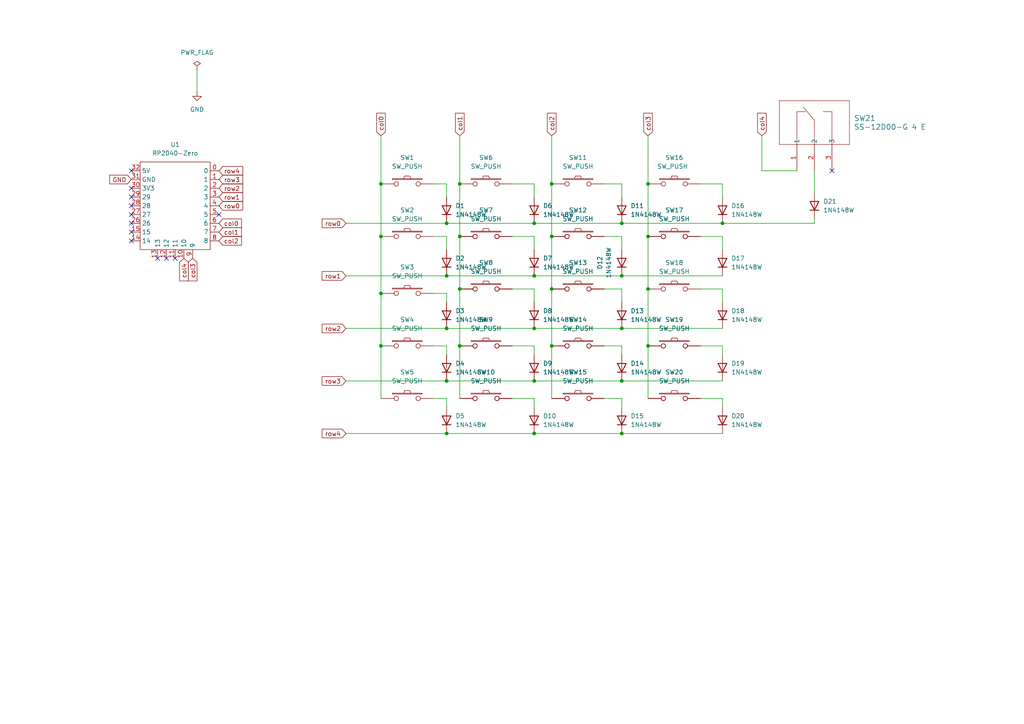
<source format=kicad_sch>
(kicad_sch
	(version 20250114)
	(generator "eeschema")
	(generator_version "9.0")
	(uuid "33e69019-4b09-42da-aa64-61d26c719934")
	(paper "A4")
	(lib_symbols
		(symbol "Diode:1N4148W"
			(pin_numbers
				(hide yes)
			)
			(pin_names
				(hide yes)
			)
			(exclude_from_sim no)
			(in_bom yes)
			(on_board yes)
			(property "Reference" "D"
				(at 0 2.54 0)
				(effects
					(font
						(size 1.27 1.27)
					)
				)
			)
			(property "Value" "1N4148W"
				(at 0 -2.54 0)
				(effects
					(font
						(size 1.27 1.27)
					)
				)
			)
			(property "Footprint" "Diode_SMD:D_SOD-123"
				(at 0 -4.445 0)
				(effects
					(font
						(size 1.27 1.27)
					)
					(hide yes)
				)
			)
			(property "Datasheet" "https://www.vishay.com/docs/85748/1n4148w.pdf"
				(at 0 0 0)
				(effects
					(font
						(size 1.27 1.27)
					)
					(hide yes)
				)
			)
			(property "Description" "75V 0.15A Fast Switching Diode, SOD-123"
				(at 0 0 0)
				(effects
					(font
						(size 1.27 1.27)
					)
					(hide yes)
				)
			)
			(property "Sim.Device" "D"
				(at 0 0 0)
				(effects
					(font
						(size 1.27 1.27)
					)
					(hide yes)
				)
			)
			(property "Sim.Pins" "1=K 2=A"
				(at 0 0 0)
				(effects
					(font
						(size 1.27 1.27)
					)
					(hide yes)
				)
			)
			(property "ki_keywords" "diode"
				(at 0 0 0)
				(effects
					(font
						(size 1.27 1.27)
					)
					(hide yes)
				)
			)
			(property "ki_fp_filters" "D*SOD?123*"
				(at 0 0 0)
				(effects
					(font
						(size 1.27 1.27)
					)
					(hide yes)
				)
			)
			(symbol "1N4148W_0_1"
				(polyline
					(pts
						(xy -1.27 1.27) (xy -1.27 -1.27)
					)
					(stroke
						(width 0.254)
						(type default)
					)
					(fill
						(type none)
					)
				)
				(polyline
					(pts
						(xy 1.27 1.27) (xy 1.27 -1.27) (xy -1.27 0) (xy 1.27 1.27)
					)
					(stroke
						(width 0.254)
						(type default)
					)
					(fill
						(type none)
					)
				)
				(polyline
					(pts
						(xy 1.27 0) (xy -1.27 0)
					)
					(stroke
						(width 0)
						(type default)
					)
					(fill
						(type none)
					)
				)
			)
			(symbol "1N4148W_1_1"
				(pin passive line
					(at -3.81 0 0)
					(length 2.54)
					(name "K"
						(effects
							(font
								(size 1.27 1.27)
							)
						)
					)
					(number "1"
						(effects
							(font
								(size 1.27 1.27)
							)
						)
					)
				)
				(pin passive line
					(at 3.81 0 180)
					(length 2.54)
					(name "A"
						(effects
							(font
								(size 1.27 1.27)
							)
						)
					)
					(number "2"
						(effects
							(font
								(size 1.27 1.27)
							)
						)
					)
				)
			)
			(embedded_fonts no)
		)
		(symbol "isw-kbd-lib:RP2040-Zero"
			(exclude_from_sim no)
			(in_bom yes)
			(on_board yes)
			(property "Reference" "U"
				(at 0 17.78 0)
				(effects
					(font
						(size 1.27 1.27)
					)
				)
			)
			(property "Value" "RP2040-Zero"
				(at 0 15.24 0)
				(effects
					(font
						(size 1.27 1.27)
					)
				)
			)
			(property "Footprint" ""
				(at 0 15.24 0)
				(effects
					(font
						(size 1.27 1.27)
					)
					(hide yes)
				)
			)
			(property "Datasheet" ""
				(at 0 15.24 0)
				(effects
					(font
						(size 1.27 1.27)
					)
					(hide yes)
				)
			)
			(property "Description" ""
				(at 0 0 0)
				(effects
					(font
						(size 1.27 1.27)
					)
					(hide yes)
				)
			)
			(symbol "RP2040-Zero_0_1"
				(rectangle
					(start -10.16 12.7)
					(end 10.16 -12.7)
					(stroke
						(width 0)
						(type default)
					)
					(fill
						(type none)
					)
				)
			)
			(symbol "RP2040-Zero_1_1"
				(pin power_out line
					(at -12.7 10.16 0)
					(length 2.54)
					(name "5V"
						(effects
							(font
								(size 1.27 1.27)
							)
						)
					)
					(number "32"
						(effects
							(font
								(size 1.27 1.27)
							)
						)
					)
				)
				(pin power_in line
					(at -12.7 7.62 0)
					(length 2.54)
					(name "GND"
						(effects
							(font
								(size 1.27 1.27)
							)
						)
					)
					(number "31"
						(effects
							(font
								(size 1.27 1.27)
							)
						)
					)
				)
				(pin power_out line
					(at -12.7 5.08 0)
					(length 2.54)
					(name "3V3"
						(effects
							(font
								(size 1.27 1.27)
							)
						)
					)
					(number "30"
						(effects
							(font
								(size 1.27 1.27)
							)
						)
					)
				)
				(pin bidirectional line
					(at -12.7 2.54 0)
					(length 2.54)
					(name "29"
						(effects
							(font
								(size 1.27 1.27)
							)
						)
					)
					(number "29"
						(effects
							(font
								(size 1.27 1.27)
							)
						)
					)
				)
				(pin bidirectional line
					(at -12.7 0 0)
					(length 2.54)
					(name "28"
						(effects
							(font
								(size 1.27 1.27)
							)
						)
					)
					(number "28"
						(effects
							(font
								(size 1.27 1.27)
							)
						)
					)
				)
				(pin bidirectional line
					(at -12.7 -2.54 0)
					(length 2.54)
					(name "27"
						(effects
							(font
								(size 1.27 1.27)
							)
						)
					)
					(number "27"
						(effects
							(font
								(size 1.27 1.27)
							)
						)
					)
				)
				(pin bidirectional line
					(at -12.7 -5.08 0)
					(length 2.54)
					(name "26"
						(effects
							(font
								(size 1.27 1.27)
							)
						)
					)
					(number "26"
						(effects
							(font
								(size 1.27 1.27)
							)
						)
					)
				)
				(pin bidirectional line
					(at -12.7 -7.62 0)
					(length 2.54)
					(name "15"
						(effects
							(font
								(size 1.27 1.27)
							)
						)
					)
					(number "15"
						(effects
							(font
								(size 1.27 1.27)
							)
						)
					)
				)
				(pin bidirectional line
					(at -12.7 -10.16 0)
					(length 2.54)
					(name "14"
						(effects
							(font
								(size 1.27 1.27)
							)
						)
					)
					(number "14"
						(effects
							(font
								(size 1.27 1.27)
							)
						)
					)
				)
				(pin bidirectional line
					(at -5.08 -15.24 90)
					(length 2.54)
					(name "13"
						(effects
							(font
								(size 1.27 1.27)
							)
						)
					)
					(number "13"
						(effects
							(font
								(size 1.27 1.27)
							)
						)
					)
				)
				(pin bidirectional line
					(at -2.54 -15.24 90)
					(length 2.54)
					(name "12"
						(effects
							(font
								(size 1.27 1.27)
							)
						)
					)
					(number "12"
						(effects
							(font
								(size 1.27 1.27)
							)
						)
					)
				)
				(pin bidirectional line
					(at 0 -15.24 90)
					(length 2.54)
					(name "11"
						(effects
							(font
								(size 1.27 1.27)
							)
						)
					)
					(number "11"
						(effects
							(font
								(size 1.27 1.27)
							)
						)
					)
				)
				(pin bidirectional line
					(at 2.54 -15.24 90)
					(length 2.54)
					(name "10"
						(effects
							(font
								(size 1.27 1.27)
							)
						)
					)
					(number "10"
						(effects
							(font
								(size 1.27 1.27)
							)
						)
					)
				)
				(pin bidirectional line
					(at 5.08 -15.24 90)
					(length 2.54)
					(name "9"
						(effects
							(font
								(size 1.27 1.27)
							)
						)
					)
					(number "9"
						(effects
							(font
								(size 1.27 1.27)
							)
						)
					)
				)
				(pin tri_state line
					(at 12.7 10.16 180)
					(length 2.54)
					(name "0"
						(effects
							(font
								(size 1.27 1.27)
							)
						)
					)
					(number "0"
						(effects
							(font
								(size 1.27 1.27)
							)
						)
					)
				)
				(pin bidirectional line
					(at 12.7 7.62 180)
					(length 2.54)
					(name "1"
						(effects
							(font
								(size 1.27 1.27)
							)
						)
					)
					(number "1"
						(effects
							(font
								(size 1.27 1.27)
							)
						)
					)
				)
				(pin bidirectional line
					(at 12.7 5.08 180)
					(length 2.54)
					(name "2"
						(effects
							(font
								(size 1.27 1.27)
							)
						)
					)
					(number "2"
						(effects
							(font
								(size 1.27 1.27)
							)
						)
					)
				)
				(pin bidirectional line
					(at 12.7 2.54 180)
					(length 2.54)
					(name "3"
						(effects
							(font
								(size 1.27 1.27)
							)
						)
					)
					(number "3"
						(effects
							(font
								(size 1.27 1.27)
							)
						)
					)
				)
				(pin bidirectional line
					(at 12.7 0 180)
					(length 2.54)
					(name "4"
						(effects
							(font
								(size 1.27 1.27)
							)
						)
					)
					(number "4"
						(effects
							(font
								(size 1.27 1.27)
							)
						)
					)
				)
				(pin bidirectional line
					(at 12.7 -2.54 180)
					(length 2.54)
					(name "5"
						(effects
							(font
								(size 1.27 1.27)
							)
						)
					)
					(number "5"
						(effects
							(font
								(size 1.27 1.27)
							)
						)
					)
				)
				(pin bidirectional line
					(at 12.7 -5.08 180)
					(length 2.54)
					(name "6"
						(effects
							(font
								(size 1.27 1.27)
							)
						)
					)
					(number "6"
						(effects
							(font
								(size 1.27 1.27)
							)
						)
					)
				)
				(pin bidirectional line
					(at 12.7 -7.62 180)
					(length 2.54)
					(name "7"
						(effects
							(font
								(size 1.27 1.27)
							)
						)
					)
					(number "7"
						(effects
							(font
								(size 1.27 1.27)
							)
						)
					)
				)
				(pin bidirectional line
					(at 12.7 -10.16 180)
					(length 2.54)
					(name "8"
						(effects
							(font
								(size 1.27 1.27)
							)
						)
					)
					(number "8"
						(effects
							(font
								(size 1.27 1.27)
							)
						)
					)
				)
			)
			(embedded_fonts no)
		)
		(symbol "kbd:SW_PUSH"
			(pin_numbers
				(hide yes)
			)
			(pin_names
				(offset 1.016)
				(hide yes)
			)
			(exclude_from_sim no)
			(in_bom yes)
			(on_board yes)
			(property "Reference" "SW"
				(at 3.81 2.794 0)
				(effects
					(font
						(size 1.27 1.27)
					)
				)
			)
			(property "Value" "SW_PUSH"
				(at 0 -2.032 0)
				(effects
					(font
						(size 1.27 1.27)
					)
				)
			)
			(property "Footprint" ""
				(at 0 0 0)
				(effects
					(font
						(size 1.27 1.27)
					)
				)
			)
			(property "Datasheet" ""
				(at 0 0 0)
				(effects
					(font
						(size 1.27 1.27)
					)
				)
			)
			(property "Description" ""
				(at 0 0 0)
				(effects
					(font
						(size 1.27 1.27)
					)
					(hide yes)
				)
			)
			(symbol "SW_PUSH_0_1"
				(rectangle
					(start -4.318 1.27)
					(end 4.318 1.524)
					(stroke
						(width 0)
						(type solid)
					)
					(fill
						(type none)
					)
				)
				(polyline
					(pts
						(xy -1.016 1.524) (xy -0.762 2.286) (xy 0.762 2.286) (xy 1.016 1.524)
					)
					(stroke
						(width 0)
						(type solid)
					)
					(fill
						(type none)
					)
				)
				(pin passive inverted
					(at -7.62 0 0)
					(length 5.08)
					(name "1"
						(effects
							(font
								(size 1.27 1.27)
							)
						)
					)
					(number "1"
						(effects
							(font
								(size 1.27 1.27)
							)
						)
					)
				)
				(pin passive inverted
					(at 7.62 0 180)
					(length 5.08)
					(name "2"
						(effects
							(font
								(size 1.27 1.27)
							)
						)
					)
					(number "2"
						(effects
							(font
								(size 1.27 1.27)
							)
						)
					)
				)
			)
			(embedded_fonts no)
		)
		(symbol "power:GND"
			(power)
			(pin_numbers
				(hide yes)
			)
			(pin_names
				(offset 0)
				(hide yes)
			)
			(exclude_from_sim no)
			(in_bom yes)
			(on_board yes)
			(property "Reference" "#PWR"
				(at 0 -6.35 0)
				(effects
					(font
						(size 1.27 1.27)
					)
					(hide yes)
				)
			)
			(property "Value" "GND"
				(at 0 -3.81 0)
				(effects
					(font
						(size 1.27 1.27)
					)
				)
			)
			(property "Footprint" ""
				(at 0 0 0)
				(effects
					(font
						(size 1.27 1.27)
					)
					(hide yes)
				)
			)
			(property "Datasheet" ""
				(at 0 0 0)
				(effects
					(font
						(size 1.27 1.27)
					)
					(hide yes)
				)
			)
			(property "Description" "Power symbol creates a global label with name \"GND\" , ground"
				(at 0 0 0)
				(effects
					(font
						(size 1.27 1.27)
					)
					(hide yes)
				)
			)
			(property "ki_keywords" "global power"
				(at 0 0 0)
				(effects
					(font
						(size 1.27 1.27)
					)
					(hide yes)
				)
			)
			(symbol "GND_0_1"
				(polyline
					(pts
						(xy 0 0) (xy 0 -1.27) (xy 1.27 -1.27) (xy 0 -2.54) (xy -1.27 -1.27) (xy 0 -1.27)
					)
					(stroke
						(width 0)
						(type default)
					)
					(fill
						(type none)
					)
				)
			)
			(symbol "GND_1_1"
				(pin power_in line
					(at 0 0 270)
					(length 0)
					(name "~"
						(effects
							(font
								(size 1.27 1.27)
							)
						)
					)
					(number "1"
						(effects
							(font
								(size 1.27 1.27)
							)
						)
					)
				)
			)
			(embedded_fonts no)
		)
		(symbol "power:PWR_FLAG"
			(power)
			(pin_numbers
				(hide yes)
			)
			(pin_names
				(offset 0)
				(hide yes)
			)
			(exclude_from_sim no)
			(in_bom yes)
			(on_board yes)
			(property "Reference" "#FLG"
				(at 0 1.905 0)
				(effects
					(font
						(size 1.27 1.27)
					)
					(hide yes)
				)
			)
			(property "Value" "PWR_FLAG"
				(at 0 3.81 0)
				(effects
					(font
						(size 1.27 1.27)
					)
				)
			)
			(property "Footprint" ""
				(at 0 0 0)
				(effects
					(font
						(size 1.27 1.27)
					)
					(hide yes)
				)
			)
			(property "Datasheet" "~"
				(at 0 0 0)
				(effects
					(font
						(size 1.27 1.27)
					)
					(hide yes)
				)
			)
			(property "Description" "Special symbol for telling ERC where power comes from"
				(at 0 0 0)
				(effects
					(font
						(size 1.27 1.27)
					)
					(hide yes)
				)
			)
			(property "ki_keywords" "flag power"
				(at 0 0 0)
				(effects
					(font
						(size 1.27 1.27)
					)
					(hide yes)
				)
			)
			(symbol "PWR_FLAG_0_0"
				(pin power_out line
					(at 0 0 90)
					(length 0)
					(name "~"
						(effects
							(font
								(size 1.27 1.27)
							)
						)
					)
					(number "1"
						(effects
							(font
								(size 1.27 1.27)
							)
						)
					)
				)
			)
			(symbol "PWR_FLAG_0_1"
				(polyline
					(pts
						(xy 0 0) (xy 0 1.27) (xy -1.016 1.905) (xy 0 2.54) (xy 1.016 1.905) (xy 0 1.27)
					)
					(stroke
						(width 0)
						(type default)
					)
					(fill
						(type none)
					)
				)
			)
			(embedded_fonts no)
		)
		(symbol "ss-12D00:SS-12D00-G_4_E"
			(pin_names
				(offset 0.254)
			)
			(exclude_from_sim no)
			(in_bom yes)
			(on_board yes)
			(property "Reference" "SW"
				(at 15.24 12.7 0)
				(effects
					(font
						(size 1.524 1.524)
					)
				)
			)
			(property "Value" "SS-12D00-G 4 E"
				(at 40.64 7.62 0)
				(effects
					(font
						(size 1.524 1.524)
					)
				)
			)
			(property "Footprint" "1P2T_SS-12D00_CNK"
				(at 0 0 0)
				(effects
					(font
						(size 1.27 1.27)
						(italic yes)
					)
					(hide yes)
				)
			)
			(property "Datasheet" "SS-12D00-G 4 E"
				(at 0 0 0)
				(effects
					(font
						(size 1.27 1.27)
						(italic yes)
					)
					(hide yes)
				)
			)
			(property "Description" ""
				(at 0 0 0)
				(effects
					(font
						(size 1.27 1.27)
					)
					(hide yes)
				)
			)
			(property "ki_locked" ""
				(at 0 0 0)
				(effects
					(font
						(size 1.27 1.27)
					)
				)
			)
			(property "ki_keywords" "SS-12D00-G 4 E"
				(at 0 0 0)
				(effects
					(font
						(size 1.27 1.27)
					)
					(hide yes)
				)
			)
			(property "ki_fp_filters" "1P2T_SS-12D00_CNK"
				(at 0 0 0)
				(effects
					(font
						(size 1.27 1.27)
					)
					(hide yes)
				)
			)
			(symbol "SS-12D00-G_4_E_0_1"
				(polyline
					(pts
						(xy 7.62 5.08) (xy 7.62 -15.24)
					)
					(stroke
						(width 0.127)
						(type default)
					)
					(fill
						(type none)
					)
				)
				(polyline
					(pts
						(xy 7.62 0) (xy 17.145 0)
					)
					(stroke
						(width 0.127)
						(type default)
					)
					(fill
						(type none)
					)
				)
				(polyline
					(pts
						(xy 7.62 -5.08) (xy 14.605 -5.08)
					)
					(stroke
						(width 0.127)
						(type default)
					)
					(fill
						(type none)
					)
				)
				(polyline
					(pts
						(xy 7.62 -10.16) (xy 17.145 -10.16)
					)
					(stroke
						(width 0.127)
						(type default)
					)
					(fill
						(type none)
					)
				)
				(polyline
					(pts
						(xy 7.62 -15.24) (xy 20.32 -15.24)
					)
					(stroke
						(width 0.127)
						(type default)
					)
					(fill
						(type none)
					)
				)
				(polyline
					(pts
						(xy 14.605 -5.08) (xy 18.415 -1.905)
					)
					(stroke
						(width 0.127)
						(type default)
					)
					(fill
						(type none)
					)
				)
				(polyline
					(pts
						(xy 17.145 -2.54) (xy 17.145 0)
					)
					(stroke
						(width 0.127)
						(type default)
					)
					(fill
						(type none)
					)
				)
				(polyline
					(pts
						(xy 17.145 -7.62) (xy 17.145 -10.16)
					)
					(stroke
						(width 0.127)
						(type default)
					)
					(fill
						(type none)
					)
				)
				(polyline
					(pts
						(xy 20.32 5.08) (xy 7.62 5.08)
					)
					(stroke
						(width 0.127)
						(type default)
					)
					(fill
						(type none)
					)
				)
				(polyline
					(pts
						(xy 20.32 -15.24) (xy 20.32 5.08)
					)
					(stroke
						(width 0.127)
						(type default)
					)
					(fill
						(type none)
					)
				)
				(pin unspecified line
					(at 0 0 0)
					(length 7.62)
					(name "1"
						(effects
							(font
								(size 1.27 1.27)
							)
						)
					)
					(number "1"
						(effects
							(font
								(size 1.27 1.27)
							)
						)
					)
				)
				(pin unspecified line
					(at 0 -5.08 0)
					(length 7.62)
					(name "2"
						(effects
							(font
								(size 1.27 1.27)
							)
						)
					)
					(number "2"
						(effects
							(font
								(size 1.27 1.27)
							)
						)
					)
				)
				(pin unspecified line
					(at 0 -10.16 0)
					(length 7.62)
					(name "3"
						(effects
							(font
								(size 1.27 1.27)
							)
						)
					)
					(number "3"
						(effects
							(font
								(size 1.27 1.27)
							)
						)
					)
				)
			)
			(embedded_fonts no)
		)
	)
	(junction
		(at 133.35 68.58)
		(diameter 0)
		(color 0 0 0 0)
		(uuid "04a05dc1-d80e-41c8-9d4c-d67c2ba6d880")
	)
	(junction
		(at 160.02 100.33)
		(diameter 0)
		(color 0 0 0 0)
		(uuid "064f091a-2816-4623-84a8-8952f8098eee")
	)
	(junction
		(at 129.54 95.25)
		(diameter 0)
		(color 0 0 0 0)
		(uuid "265445ba-7ced-45d8-9994-d85ab34996d0")
	)
	(junction
		(at 180.34 80.01)
		(diameter 0)
		(color 0 0 0 0)
		(uuid "297006ae-add9-4fed-a67b-17205ed7a8e3")
	)
	(junction
		(at 154.94 80.01)
		(diameter 0)
		(color 0 0 0 0)
		(uuid "3461de7a-aad9-4e11-8189-3713482f1882")
	)
	(junction
		(at 154.94 110.49)
		(diameter 0)
		(color 0 0 0 0)
		(uuid "4320da0e-07ac-4eb6-adc1-bf87a6e4aaca")
	)
	(junction
		(at 133.35 53.34)
		(diameter 0)
		(color 0 0 0 0)
		(uuid "4656fa33-afa2-48a0-be27-0ca01a46e8df")
	)
	(junction
		(at 187.96 100.33)
		(diameter 0)
		(color 0 0 0 0)
		(uuid "46d6ab34-5563-4425-ab10-b27d5330b8f3")
	)
	(junction
		(at 129.54 64.77)
		(diameter 0)
		(color 0 0 0 0)
		(uuid "475e576b-737b-4a82-b1d2-732daf95d0b7")
	)
	(junction
		(at 160.02 68.58)
		(diameter 0)
		(color 0 0 0 0)
		(uuid "4c73cf4b-52e7-4d97-a415-7bf7405d1065")
	)
	(junction
		(at 129.54 125.73)
		(diameter 0)
		(color 0 0 0 0)
		(uuid "4d86326e-af85-4018-b7dd-9bbbad42fc8e")
	)
	(junction
		(at 110.49 85.09)
		(diameter 0)
		(color 0 0 0 0)
		(uuid "4ebf0165-0fe6-4585-add3-efc3c960d2d2")
	)
	(junction
		(at 154.94 125.73)
		(diameter 0)
		(color 0 0 0 0)
		(uuid "5388dae0-0390-4e73-b646-1ea03ba99d54")
	)
	(junction
		(at 209.55 64.77)
		(diameter 0)
		(color 0 0 0 0)
		(uuid "53dbaa9a-7266-4003-be7d-5228501ee412")
	)
	(junction
		(at 180.34 95.25)
		(diameter 0)
		(color 0 0 0 0)
		(uuid "5cd15494-2418-4fc4-8dbb-1dffba2e145c")
	)
	(junction
		(at 160.02 53.34)
		(diameter 0)
		(color 0 0 0 0)
		(uuid "6da19995-6351-4d19-8b32-8c8edeadce0f")
	)
	(junction
		(at 180.34 64.77)
		(diameter 0)
		(color 0 0 0 0)
		(uuid "6e129941-eff5-4414-bd22-07187a8175b8")
	)
	(junction
		(at 110.49 53.34)
		(diameter 0)
		(color 0 0 0 0)
		(uuid "7c4244ec-8405-4158-9f67-d62097ea1b43")
	)
	(junction
		(at 187.96 83.82)
		(diameter 0)
		(color 0 0 0 0)
		(uuid "7edbeac9-5f77-45d3-8838-a8a4f276064b")
	)
	(junction
		(at 129.54 80.01)
		(diameter 0)
		(color 0 0 0 0)
		(uuid "86a89815-8dbf-4bee-bc80-eecf3ffef602")
	)
	(junction
		(at 110.49 100.33)
		(diameter 0)
		(color 0 0 0 0)
		(uuid "86c934e3-f366-4b70-9aa6-10f85d390756")
	)
	(junction
		(at 187.96 68.58)
		(diameter 0)
		(color 0 0 0 0)
		(uuid "884effc5-3f98-4bfd-a043-33b239763006")
	)
	(junction
		(at 129.54 110.49)
		(diameter 0)
		(color 0 0 0 0)
		(uuid "937adf7d-32bb-4254-bcd7-5b76f6c7ac3e")
	)
	(junction
		(at 180.34 125.73)
		(diameter 0)
		(color 0 0 0 0)
		(uuid "9428c930-bf48-4e78-a982-06044d4f42e5")
	)
	(junction
		(at 180.34 110.49)
		(diameter 0)
		(color 0 0 0 0)
		(uuid "a16536d2-bdca-47a8-b142-61c296096a8d")
	)
	(junction
		(at 133.35 100.33)
		(diameter 0)
		(color 0 0 0 0)
		(uuid "b654bf9f-653e-4a78-951d-8e484c437de8")
	)
	(junction
		(at 154.94 95.25)
		(diameter 0)
		(color 0 0 0 0)
		(uuid "cad6a75c-e885-426d-a479-ae547e0d72fd")
	)
	(junction
		(at 160.02 83.82)
		(diameter 0)
		(color 0 0 0 0)
		(uuid "e51c6e1c-40dd-4274-a2c8-d31b43d9390e")
	)
	(junction
		(at 110.49 68.58)
		(diameter 0)
		(color 0 0 0 0)
		(uuid "ecf77f60-e53f-4500-8155-f52761da047f")
	)
	(junction
		(at 187.96 53.34)
		(diameter 0)
		(color 0 0 0 0)
		(uuid "efed271a-d3c1-4f8d-b55b-07ff719dd60c")
	)
	(junction
		(at 133.35 83.82)
		(diameter 0)
		(color 0 0 0 0)
		(uuid "f672603a-5b88-46fa-ba84-ad01fe260d14")
	)
	(junction
		(at 154.94 64.77)
		(diameter 0)
		(color 0 0 0 0)
		(uuid "f6b7b1e0-be22-484a-9176-f67fdc0b096e")
	)
	(no_connect
		(at 38.1 59.69)
		(uuid "1096c068-9884-48fc-b17a-22fc11281bb8")
	)
	(no_connect
		(at 63.5 62.23)
		(uuid "1cc03516-f471-4f5f-a099-cce6e2367a67")
	)
	(no_connect
		(at 241.3 49.53)
		(uuid "1dbd3089-b008-4ac5-ba0a-8a7f441c3d3e")
	)
	(no_connect
		(at 38.1 49.53)
		(uuid "3dcd97e7-b246-47a9-99dd-41669b4f64a9")
	)
	(no_connect
		(at 38.1 62.23)
		(uuid "5a849ea8-120d-4842-a97e-c008e079b4b9")
	)
	(no_connect
		(at 48.26 74.93)
		(uuid "75ef006f-202f-4177-9421-ad75c0ee6e5f")
	)
	(no_connect
		(at 38.1 67.31)
		(uuid "7a4cd3b6-e86d-4603-a7dc-ed68400d6c97")
	)
	(no_connect
		(at 38.1 54.61)
		(uuid "7af70ead-e5b1-4fb0-b85b-671b91218f0f")
	)
	(no_connect
		(at 50.8 74.93)
		(uuid "af6ca8a8-5173-41ed-b6e4-aa9e3e96d8f6")
	)
	(no_connect
		(at 38.1 69.85)
		(uuid "cfecdfbf-a869-4c5f-a1ec-5dd69284bb7a")
	)
	(no_connect
		(at 38.1 64.77)
		(uuid "d8db301b-1833-437a-95d9-ed4b51cef0b8")
	)
	(no_connect
		(at 38.1 57.15)
		(uuid "e6637839-f071-4e48-9db4-a6727485b56c")
	)
	(no_connect
		(at 45.72 74.93)
		(uuid "fef00209-d9d8-40dc-a747-f9392dc4ab77")
	)
	(wire
		(pts
			(xy 180.34 100.33) (xy 180.34 102.87)
		)
		(stroke
			(width 0)
			(type default)
		)
		(uuid "07ff1688-c29f-40f5-941e-d1dfbb3ae45e")
	)
	(wire
		(pts
			(xy 154.94 53.34) (xy 154.94 57.15)
		)
		(stroke
			(width 0)
			(type default)
		)
		(uuid "098c4b81-88bb-49d8-892c-d4e31f60f127")
	)
	(wire
		(pts
			(xy 154.94 64.77) (xy 180.34 64.77)
		)
		(stroke
			(width 0)
			(type default)
		)
		(uuid "0b1786a3-bcac-47bc-97ce-1d3094820e47")
	)
	(wire
		(pts
			(xy 220.98 39.37) (xy 220.98 49.53)
		)
		(stroke
			(width 0)
			(type default)
		)
		(uuid "0d952ff2-4730-4cd7-9467-3dad1176634b")
	)
	(wire
		(pts
			(xy 100.33 64.77) (xy 129.54 64.77)
		)
		(stroke
			(width 0)
			(type default)
		)
		(uuid "0e10f989-60ca-492d-a8f5-d1574375f5d0")
	)
	(wire
		(pts
			(xy 187.96 68.58) (xy 187.96 83.82)
		)
		(stroke
			(width 0)
			(type default)
		)
		(uuid "0f1df259-da91-4d7f-a471-e2b8543e806c")
	)
	(wire
		(pts
			(xy 129.54 115.57) (xy 129.54 118.11)
		)
		(stroke
			(width 0)
			(type default)
		)
		(uuid "1563fe30-4500-46cc-bff2-dacb5d7e46cf")
	)
	(wire
		(pts
			(xy 175.26 100.33) (xy 180.34 100.33)
		)
		(stroke
			(width 0)
			(type default)
		)
		(uuid "19a4f983-7ff3-438b-b38c-a970f14718a0")
	)
	(wire
		(pts
			(xy 110.49 100.33) (xy 110.49 115.57)
		)
		(stroke
			(width 0)
			(type default)
		)
		(uuid "19d2d7be-29de-4fa6-a58b-ab66e5a17157")
	)
	(wire
		(pts
			(xy 160.02 100.33) (xy 160.02 115.57)
		)
		(stroke
			(width 0)
			(type default)
		)
		(uuid "1aba2213-dc19-443f-bbd6-7013c23a02b2")
	)
	(wire
		(pts
			(xy 110.49 85.09) (xy 110.49 100.33)
		)
		(stroke
			(width 0)
			(type default)
		)
		(uuid "1afb2359-04cb-498a-8ac3-4480aee8a499")
	)
	(wire
		(pts
			(xy 148.59 68.58) (xy 154.94 68.58)
		)
		(stroke
			(width 0)
			(type default)
		)
		(uuid "1f31bed3-cb46-4295-920b-a6837e3d739b")
	)
	(wire
		(pts
			(xy 125.73 68.58) (xy 129.54 68.58)
		)
		(stroke
			(width 0)
			(type default)
		)
		(uuid "240c16fc-7eb0-43f3-bd55-9f81b3eef20d")
	)
	(wire
		(pts
			(xy 100.33 125.73) (xy 129.54 125.73)
		)
		(stroke
			(width 0)
			(type default)
		)
		(uuid "2857e36b-a6a0-4de1-a2b2-0c8751594776")
	)
	(wire
		(pts
			(xy 133.35 53.34) (xy 133.35 68.58)
		)
		(stroke
			(width 0)
			(type default)
		)
		(uuid "2fb35ba3-a4af-43e8-820f-840ada75d3c7")
	)
	(wire
		(pts
			(xy 160.02 39.37) (xy 160.02 53.34)
		)
		(stroke
			(width 0)
			(type default)
		)
		(uuid "318ed4ec-db52-4203-a710-624551c8b601")
	)
	(wire
		(pts
			(xy 148.59 83.82) (xy 154.94 83.82)
		)
		(stroke
			(width 0)
			(type default)
		)
		(uuid "3250b478-84d3-43ed-94e5-624f002a90ef")
	)
	(wire
		(pts
			(xy 187.96 83.82) (xy 187.96 100.33)
		)
		(stroke
			(width 0)
			(type default)
		)
		(uuid "3535654e-6655-49c1-bd3b-71874324b18d")
	)
	(wire
		(pts
			(xy 180.34 53.34) (xy 180.34 57.15)
		)
		(stroke
			(width 0)
			(type default)
		)
		(uuid "383210db-76c4-4746-ace2-1f094e167646")
	)
	(wire
		(pts
			(xy 100.33 80.01) (xy 129.54 80.01)
		)
		(stroke
			(width 0)
			(type default)
		)
		(uuid "3919a8ee-f439-4164-aefc-6c4395fe5280")
	)
	(wire
		(pts
			(xy 160.02 83.82) (xy 160.02 100.33)
		)
		(stroke
			(width 0)
			(type default)
		)
		(uuid "3d46751e-f03f-46c1-91d0-6ec53e8e19f8")
	)
	(wire
		(pts
			(xy 148.59 100.33) (xy 154.94 100.33)
		)
		(stroke
			(width 0)
			(type default)
		)
		(uuid "43b160b5-1c68-4eb6-a18f-9c1f44683f34")
	)
	(wire
		(pts
			(xy 154.94 125.73) (xy 180.34 125.73)
		)
		(stroke
			(width 0)
			(type default)
		)
		(uuid "48a15dbc-10f4-4c8d-86e5-e4750a8228ff")
	)
	(wire
		(pts
			(xy 180.34 83.82) (xy 180.34 87.63)
		)
		(stroke
			(width 0)
			(type default)
		)
		(uuid "491d5bbb-ab9c-4c4e-97c2-e3b16a64492a")
	)
	(wire
		(pts
			(xy 154.94 83.82) (xy 154.94 87.63)
		)
		(stroke
			(width 0)
			(type default)
		)
		(uuid "4efa42a1-6cec-4992-9686-687acaafdb1b")
	)
	(wire
		(pts
			(xy 180.34 95.25) (xy 209.55 95.25)
		)
		(stroke
			(width 0)
			(type default)
		)
		(uuid "5460a4a8-6397-4457-9e1f-302601af1588")
	)
	(wire
		(pts
			(xy 154.94 95.25) (xy 180.34 95.25)
		)
		(stroke
			(width 0)
			(type default)
		)
		(uuid "555bb4bb-f13b-476e-b99f-2cc0ad8a4ede")
	)
	(wire
		(pts
			(xy 180.34 125.73) (xy 209.55 125.73)
		)
		(stroke
			(width 0)
			(type default)
		)
		(uuid "55d253b3-a5d4-4291-8dcf-9b7b0790038b")
	)
	(wire
		(pts
			(xy 203.2 68.58) (xy 209.55 68.58)
		)
		(stroke
			(width 0)
			(type default)
		)
		(uuid "576a4431-0292-4c34-9b97-4d096e0d7a7d")
	)
	(wire
		(pts
			(xy 133.35 68.58) (xy 133.35 83.82)
		)
		(stroke
			(width 0)
			(type default)
		)
		(uuid "583bfeed-e5d0-4e2d-b07a-aee09d0370be")
	)
	(wire
		(pts
			(xy 154.94 80.01) (xy 180.34 80.01)
		)
		(stroke
			(width 0)
			(type default)
		)
		(uuid "5ad9b45c-4441-487a-8271-67b48ddbbcd0")
	)
	(wire
		(pts
			(xy 133.35 100.33) (xy 133.35 115.57)
		)
		(stroke
			(width 0)
			(type default)
		)
		(uuid "5e938941-be55-4729-b21a-be55b6505ec1")
	)
	(wire
		(pts
			(xy 57.15 20.32) (xy 57.15 26.67)
		)
		(stroke
			(width 0)
			(type default)
		)
		(uuid "5f552374-ee11-4d0e-8033-505e7ed40dfc")
	)
	(wire
		(pts
			(xy 100.33 110.49) (xy 129.54 110.49)
		)
		(stroke
			(width 0)
			(type default)
		)
		(uuid "6176c8a1-92c3-4b2e-b595-c830e121a98a")
	)
	(wire
		(pts
			(xy 129.54 125.73) (xy 154.94 125.73)
		)
		(stroke
			(width 0)
			(type default)
		)
		(uuid "61a0cce9-65c6-4db4-8900-fef0279d1a23")
	)
	(wire
		(pts
			(xy 129.54 85.09) (xy 129.54 87.63)
		)
		(stroke
			(width 0)
			(type default)
		)
		(uuid "620d73d2-9692-45d4-8635-0d3ec85ab7cf")
	)
	(wire
		(pts
			(xy 125.73 85.09) (xy 129.54 85.09)
		)
		(stroke
			(width 0)
			(type default)
		)
		(uuid "62dc5e61-9d61-4061-be4d-efb05b72cede")
	)
	(wire
		(pts
			(xy 129.54 64.77) (xy 154.94 64.77)
		)
		(stroke
			(width 0)
			(type default)
		)
		(uuid "63828de7-f240-4d3a-a741-4261b29c01ed")
	)
	(wire
		(pts
			(xy 110.49 53.34) (xy 110.49 68.58)
		)
		(stroke
			(width 0)
			(type default)
		)
		(uuid "6d19dfa2-3134-499c-b04e-0d10503cc444")
	)
	(wire
		(pts
			(xy 110.49 39.37) (xy 110.49 53.34)
		)
		(stroke
			(width 0)
			(type default)
		)
		(uuid "6e229730-b014-4e27-a8c0-b151e8284df4")
	)
	(wire
		(pts
			(xy 209.55 68.58) (xy 209.55 72.39)
		)
		(stroke
			(width 0)
			(type default)
		)
		(uuid "6f553a71-5601-4938-9cdb-5e58ae72abc7")
	)
	(wire
		(pts
			(xy 236.22 49.53) (xy 236.22 55.88)
		)
		(stroke
			(width 0)
			(type default)
		)
		(uuid "7062f77d-1a9f-4955-bd72-49d6378cd5d8")
	)
	(wire
		(pts
			(xy 180.34 64.77) (xy 209.55 64.77)
		)
		(stroke
			(width 0)
			(type default)
		)
		(uuid "720c36bc-bdc2-4e54-9479-a8181d82b93d")
	)
	(wire
		(pts
			(xy 209.55 100.33) (xy 209.55 102.87)
		)
		(stroke
			(width 0)
			(type default)
		)
		(uuid "72cfa26d-75a0-4ce8-95bc-edf96e2b5420")
	)
	(wire
		(pts
			(xy 175.26 83.82) (xy 180.34 83.82)
		)
		(stroke
			(width 0)
			(type default)
		)
		(uuid "7535db54-b207-4940-846c-25f91fd2be2e")
	)
	(wire
		(pts
			(xy 203.2 100.33) (xy 209.55 100.33)
		)
		(stroke
			(width 0)
			(type default)
		)
		(uuid "76fdb1a1-b6eb-408d-8449-5b734f89b5c3")
	)
	(wire
		(pts
			(xy 154.94 115.57) (xy 154.94 118.11)
		)
		(stroke
			(width 0)
			(type default)
		)
		(uuid "77cdbcd6-c449-4c25-bf0f-6bba48296af1")
	)
	(wire
		(pts
			(xy 129.54 100.33) (xy 129.54 102.87)
		)
		(stroke
			(width 0)
			(type default)
		)
		(uuid "7ab30713-ba3e-4ab6-bee5-cb755d73d7e8")
	)
	(wire
		(pts
			(xy 203.2 115.57) (xy 209.55 115.57)
		)
		(stroke
			(width 0)
			(type default)
		)
		(uuid "7cd3b810-a2cb-4dfd-b4af-85b011fa86de")
	)
	(wire
		(pts
			(xy 175.26 115.57) (xy 180.34 115.57)
		)
		(stroke
			(width 0)
			(type default)
		)
		(uuid "7f2cd5b8-35c0-471f-bbdc-78663c7f2cd6")
	)
	(wire
		(pts
			(xy 180.34 115.57) (xy 180.34 118.11)
		)
		(stroke
			(width 0)
			(type default)
		)
		(uuid "84e0418b-4349-4d04-a318-e4ca151d3b97")
	)
	(wire
		(pts
			(xy 133.35 83.82) (xy 133.35 100.33)
		)
		(stroke
			(width 0)
			(type default)
		)
		(uuid "89ad994c-a430-4249-9d89-d84368ea7426")
	)
	(wire
		(pts
			(xy 148.59 53.34) (xy 154.94 53.34)
		)
		(stroke
			(width 0)
			(type default)
		)
		(uuid "8a4e4be7-43a1-478c-89ad-e1073f2f2e27")
	)
	(wire
		(pts
			(xy 148.59 115.57) (xy 154.94 115.57)
		)
		(stroke
			(width 0)
			(type default)
		)
		(uuid "913b6083-3b1a-42c8-8f44-87f504931e1f")
	)
	(wire
		(pts
			(xy 100.33 95.25) (xy 129.54 95.25)
		)
		(stroke
			(width 0)
			(type default)
		)
		(uuid "94295eae-f7bf-4d62-939b-499076b6826a")
	)
	(wire
		(pts
			(xy 160.02 53.34) (xy 160.02 68.58)
		)
		(stroke
			(width 0)
			(type default)
		)
		(uuid "9aa0023f-093e-497f-a241-8cb6eb19b69f")
	)
	(wire
		(pts
			(xy 154.94 110.49) (xy 180.34 110.49)
		)
		(stroke
			(width 0)
			(type default)
		)
		(uuid "9b544ef8-3889-43ba-90c2-b06ad2edf2b7")
	)
	(wire
		(pts
			(xy 180.34 80.01) (xy 209.55 80.01)
		)
		(stroke
			(width 0)
			(type default)
		)
		(uuid "9d3d9ec1-01ac-47bb-ab32-a14b20b5b73a")
	)
	(wire
		(pts
			(xy 129.54 53.34) (xy 129.54 57.15)
		)
		(stroke
			(width 0)
			(type default)
		)
		(uuid "9effa4a1-6ce4-49b1-967d-d037feaee585")
	)
	(wire
		(pts
			(xy 187.96 53.34) (xy 187.96 68.58)
		)
		(stroke
			(width 0)
			(type default)
		)
		(uuid "9fbe807c-9ea9-40c1-b2ff-ff12640e7741")
	)
	(wire
		(pts
			(xy 203.2 83.82) (xy 209.55 83.82)
		)
		(stroke
			(width 0)
			(type default)
		)
		(uuid "a5360876-89d3-4413-9bc2-a90f23bb8e12")
	)
	(wire
		(pts
			(xy 236.22 64.77) (xy 209.55 64.77)
		)
		(stroke
			(width 0)
			(type default)
		)
		(uuid "a99cbcf8-52c3-4ff6-86d1-ee62dddb703a")
	)
	(wire
		(pts
			(xy 209.55 115.57) (xy 209.55 118.11)
		)
		(stroke
			(width 0)
			(type default)
		)
		(uuid "ac9b12a5-ca83-49bc-9ade-40246a0408d7")
	)
	(wire
		(pts
			(xy 187.96 39.37) (xy 187.96 53.34)
		)
		(stroke
			(width 0)
			(type default)
		)
		(uuid "aee2a83c-24f1-4abd-bf05-aa24644ae2c2")
	)
	(wire
		(pts
			(xy 125.73 100.33) (xy 129.54 100.33)
		)
		(stroke
			(width 0)
			(type default)
		)
		(uuid "b5ce1152-8bd4-422f-a3c6-fce9ac8dec8c")
	)
	(wire
		(pts
			(xy 180.34 110.49) (xy 209.55 110.49)
		)
		(stroke
			(width 0)
			(type default)
		)
		(uuid "bedebb75-58dd-4137-93fa-b4b1cabf6065")
	)
	(wire
		(pts
			(xy 180.34 68.58) (xy 180.34 72.39)
		)
		(stroke
			(width 0)
			(type default)
		)
		(uuid "c16f3c16-0df5-41ef-8fef-f2661a9e22b4")
	)
	(wire
		(pts
			(xy 125.73 115.57) (xy 129.54 115.57)
		)
		(stroke
			(width 0)
			(type default)
		)
		(uuid "c2ef0c41-3ba8-44ee-b0ee-196770e51b7e")
	)
	(wire
		(pts
			(xy 129.54 95.25) (xy 154.94 95.25)
		)
		(stroke
			(width 0)
			(type default)
		)
		(uuid "ce204da6-566e-424a-9e70-8ec61362acd0")
	)
	(wire
		(pts
			(xy 129.54 80.01) (xy 154.94 80.01)
		)
		(stroke
			(width 0)
			(type default)
		)
		(uuid "cff6be5e-21f4-4464-b7ae-045d8b4e256e")
	)
	(wire
		(pts
			(xy 154.94 100.33) (xy 154.94 102.87)
		)
		(stroke
			(width 0)
			(type default)
		)
		(uuid "d0e1c314-2ddc-4748-acb9-9826fdcbe041")
	)
	(wire
		(pts
			(xy 175.26 53.34) (xy 180.34 53.34)
		)
		(stroke
			(width 0)
			(type default)
		)
		(uuid "d3bf52bf-0bf4-458c-9622-16076af802b8")
	)
	(wire
		(pts
			(xy 209.55 83.82) (xy 209.55 87.63)
		)
		(stroke
			(width 0)
			(type default)
		)
		(uuid "d5c9c094-62dc-4f28-a609-51a3dcde8524")
	)
	(wire
		(pts
			(xy 220.98 49.53) (xy 231.14 49.53)
		)
		(stroke
			(width 0)
			(type default)
		)
		(uuid "d9dd1f12-01de-4db9-894c-4552a4e8e646")
	)
	(wire
		(pts
			(xy 175.26 68.58) (xy 180.34 68.58)
		)
		(stroke
			(width 0)
			(type default)
		)
		(uuid "dc6af033-7e61-4329-8040-9a8b588bac21")
	)
	(wire
		(pts
			(xy 203.2 53.34) (xy 209.55 53.34)
		)
		(stroke
			(width 0)
			(type default)
		)
		(uuid "e0155ca3-4c7f-46cc-951c-5531dc44aa8d")
	)
	(wire
		(pts
			(xy 133.35 39.37) (xy 133.35 53.34)
		)
		(stroke
			(width 0)
			(type default)
		)
		(uuid "e5ef407b-9e7e-4639-856d-0f6d0dd159ce")
	)
	(wire
		(pts
			(xy 154.94 68.58) (xy 154.94 72.39)
		)
		(stroke
			(width 0)
			(type default)
		)
		(uuid "e8cc0327-b14a-4fcb-8d56-c714bd656af1")
	)
	(wire
		(pts
			(xy 125.73 53.34) (xy 129.54 53.34)
		)
		(stroke
			(width 0)
			(type default)
		)
		(uuid "ea25d7f1-63cb-47f9-bdad-931a24ca880e")
	)
	(wire
		(pts
			(xy 236.22 63.5) (xy 236.22 64.77)
		)
		(stroke
			(width 0)
			(type default)
		)
		(uuid "ee4c328a-ecc3-48b5-a6d9-b02b64858e8b")
	)
	(wire
		(pts
			(xy 209.55 53.34) (xy 209.55 57.15)
		)
		(stroke
			(width 0)
			(type default)
		)
		(uuid "ee6ae8ec-59d8-48cf-8cb6-0de2326cd1e5")
	)
	(wire
		(pts
			(xy 187.96 100.33) (xy 187.96 115.57)
		)
		(stroke
			(width 0)
			(type default)
		)
		(uuid "f1fa9070-ea4d-4e07-9bef-a079814f27d9")
	)
	(wire
		(pts
			(xy 129.54 110.49) (xy 154.94 110.49)
		)
		(stroke
			(width 0)
			(type default)
		)
		(uuid "f3a6bb07-68fa-4f51-b17b-76a79a8d199a")
	)
	(wire
		(pts
			(xy 129.54 68.58) (xy 129.54 72.39)
		)
		(stroke
			(width 0)
			(type default)
		)
		(uuid "f401a659-6788-401e-b84e-1072111cf6d8")
	)
	(wire
		(pts
			(xy 160.02 68.58) (xy 160.02 83.82)
		)
		(stroke
			(width 0)
			(type default)
		)
		(uuid "f612c4b4-3dbb-4afc-81c5-7dd80529c0db")
	)
	(wire
		(pts
			(xy 110.49 68.58) (xy 110.49 85.09)
		)
		(stroke
			(width 0)
			(type default)
		)
		(uuid "fdd04810-ed2f-4399-aadc-01db66096c5f")
	)
	(global_label "row1"
		(shape input)
		(at 63.5 57.15 0)
		(fields_autoplaced yes)
		(effects
			(font
				(size 1.27 1.27)
			)
			(justify left)
		)
		(uuid "17dcdc99-9ef2-433d-92a9-663bb9b4ab00")
		(property "Intersheetrefs" "${INTERSHEET_REFS}"
			(at 70.9604 57.15 0)
			(effects
				(font
					(size 1.27 1.27)
				)
				(justify left)
				(hide yes)
			)
		)
	)
	(global_label "row2"
		(shape input)
		(at 100.33 95.25 180)
		(fields_autoplaced yes)
		(effects
			(font
				(size 1.27 1.27)
			)
			(justify right)
		)
		(uuid "2ddc1950-0ede-4160-879f-28a25934c8b8")
		(property "Intersheetrefs" "${INTERSHEET_REFS}"
			(at 92.8696 95.25 0)
			(effects
				(font
					(size 1.27 1.27)
				)
				(justify right)
				(hide yes)
			)
		)
	)
	(global_label "col4"
		(shape input)
		(at 53.34 74.93 270)
		(fields_autoplaced yes)
		(effects
			(font
				(size 1.27 1.27)
			)
			(justify right)
		)
		(uuid "3738acc4-3caf-4cc6-af03-02f2a21af907")
		(property "Intersheetrefs" "${INTERSHEET_REFS}"
			(at 53.34 82.0275 90)
			(effects
				(font
					(size 1.27 1.27)
				)
				(justify right)
				(hide yes)
			)
		)
	)
	(global_label "row3"
		(shape input)
		(at 63.5 52.07 0)
		(fields_autoplaced yes)
		(effects
			(font
				(size 1.27 1.27)
			)
			(justify left)
		)
		(uuid "54730c2b-5e00-4367-9fc4-8d858cd189cb")
		(property "Intersheetrefs" "${INTERSHEET_REFS}"
			(at 70.9604 52.07 0)
			(effects
				(font
					(size 1.27 1.27)
				)
				(justify left)
				(hide yes)
			)
		)
	)
	(global_label "col3"
		(shape input)
		(at 187.96 39.37 90)
		(fields_autoplaced yes)
		(effects
			(font
				(size 1.27 1.27)
			)
			(justify left)
		)
		(uuid "607e465b-106b-4fb7-9260-a949634ec3d9")
		(property "Intersheetrefs" "${INTERSHEET_REFS}"
			(at 187.96 32.2725 90)
			(effects
				(font
					(size 1.27 1.27)
				)
				(justify left)
				(hide yes)
			)
		)
	)
	(global_label "col2"
		(shape input)
		(at 160.02 39.37 90)
		(fields_autoplaced yes)
		(effects
			(font
				(size 1.27 1.27)
			)
			(justify left)
		)
		(uuid "61745e21-208f-42e0-be72-4a3c6bed027b")
		(property "Intersheetrefs" "${INTERSHEET_REFS}"
			(at 160.02 32.2725 90)
			(effects
				(font
					(size 1.27 1.27)
				)
				(justify left)
				(hide yes)
			)
		)
	)
	(global_label "row2"
		(shape input)
		(at 63.5 54.61 0)
		(fields_autoplaced yes)
		(effects
			(font
				(size 1.27 1.27)
			)
			(justify left)
		)
		(uuid "65aa94cd-7611-45e0-b3db-97eb910ea57c")
		(property "Intersheetrefs" "${INTERSHEET_REFS}"
			(at 70.9604 54.61 0)
			(effects
				(font
					(size 1.27 1.27)
				)
				(justify left)
				(hide yes)
			)
		)
	)
	(global_label "col3"
		(shape input)
		(at 55.88 74.93 270)
		(fields_autoplaced yes)
		(effects
			(font
				(size 1.27 1.27)
			)
			(justify right)
		)
		(uuid "73c26e35-c3a5-45dc-a173-616449808225")
		(property "Intersheetrefs" "${INTERSHEET_REFS}"
			(at 55.88 82.0275 90)
			(effects
				(font
					(size 1.27 1.27)
				)
				(justify right)
				(hide yes)
			)
		)
	)
	(global_label "GND"
		(shape input)
		(at 38.1 52.07 180)
		(fields_autoplaced yes)
		(effects
			(font
				(size 1.27 1.27)
			)
			(justify right)
		)
		(uuid "7a5d387f-3ea3-48b5-b46d-8858582eeae3")
		(property "Intersheetrefs" "${INTERSHEET_REFS}"
			(at 31.2443 52.07 0)
			(effects
				(font
					(size 1.27 1.27)
				)
				(justify right)
				(hide yes)
			)
		)
	)
	(global_label "row3"
		(shape input)
		(at 100.33 110.49 180)
		(fields_autoplaced yes)
		(effects
			(font
				(size 1.27 1.27)
			)
			(justify right)
		)
		(uuid "7bdf4594-a4fd-4760-b812-9c0e5608f797")
		(property "Intersheetrefs" "${INTERSHEET_REFS}"
			(at 92.8696 110.49 0)
			(effects
				(font
					(size 1.27 1.27)
				)
				(justify right)
				(hide yes)
			)
		)
	)
	(global_label "col4"
		(shape input)
		(at 220.98 39.37 90)
		(fields_autoplaced yes)
		(effects
			(font
				(size 1.27 1.27)
			)
			(justify left)
		)
		(uuid "7e4d81e0-2f4a-4f3a-9667-1abc8f7d1e4e")
		(property "Intersheetrefs" "${INTERSHEET_REFS}"
			(at 220.98 32.2725 90)
			(effects
				(font
					(size 1.27 1.27)
				)
				(justify left)
				(hide yes)
			)
		)
	)
	(global_label "col0"
		(shape input)
		(at 110.49 39.37 90)
		(fields_autoplaced yes)
		(effects
			(font
				(size 1.27 1.27)
			)
			(justify left)
		)
		(uuid "845e92fc-68a7-4c70-b8bc-a8394ae6f7e3")
		(property "Intersheetrefs" "${INTERSHEET_REFS}"
			(at 110.49 32.2725 90)
			(effects
				(font
					(size 1.27 1.27)
				)
				(justify left)
				(hide yes)
			)
		)
	)
	(global_label "row0"
		(shape input)
		(at 100.33 64.77 180)
		(fields_autoplaced yes)
		(effects
			(font
				(size 1.27 1.27)
			)
			(justify right)
		)
		(uuid "87f69375-3a9a-4eeb-ba2e-9b302c35d806")
		(property "Intersheetrefs" "${INTERSHEET_REFS}"
			(at 92.8696 64.77 0)
			(effects
				(font
					(size 1.27 1.27)
				)
				(justify right)
				(hide yes)
			)
		)
	)
	(global_label "col1"
		(shape input)
		(at 133.35 39.37 90)
		(fields_autoplaced yes)
		(effects
			(font
				(size 1.27 1.27)
			)
			(justify left)
		)
		(uuid "a6f3a592-017b-49fe-9734-4eac966f4a9d")
		(property "Intersheetrefs" "${INTERSHEET_REFS}"
			(at 133.35 32.2725 90)
			(effects
				(font
					(size 1.27 1.27)
				)
				(justify left)
				(hide yes)
			)
		)
	)
	(global_label "col0"
		(shape input)
		(at 63.5 64.77 0)
		(fields_autoplaced yes)
		(effects
			(font
				(size 1.27 1.27)
			)
			(justify left)
		)
		(uuid "b49123a8-bb19-4833-8655-e01f7a92f435")
		(property "Intersheetrefs" "${INTERSHEET_REFS}"
			(at 70.5975 64.77 0)
			(effects
				(font
					(size 1.27 1.27)
				)
				(justify left)
				(hide yes)
			)
		)
	)
	(global_label "col1"
		(shape input)
		(at 63.5 67.31 0)
		(fields_autoplaced yes)
		(effects
			(font
				(size 1.27 1.27)
			)
			(justify left)
		)
		(uuid "b70c07dd-0ca6-4a32-ac0a-a4434099ad48")
		(property "Intersheetrefs" "${INTERSHEET_REFS}"
			(at 70.5975 67.31 0)
			(effects
				(font
					(size 1.27 1.27)
				)
				(justify left)
				(hide yes)
			)
		)
	)
	(global_label "row4"
		(shape input)
		(at 63.5 49.53 0)
		(fields_autoplaced yes)
		(effects
			(font
				(size 1.27 1.27)
			)
			(justify left)
		)
		(uuid "c68a9147-c169-4310-b5d3-67bb985aa5ce")
		(property "Intersheetrefs" "${INTERSHEET_REFS}"
			(at 70.9604 49.53 0)
			(effects
				(font
					(size 1.27 1.27)
				)
				(justify left)
				(hide yes)
			)
		)
	)
	(global_label "row0"
		(shape input)
		(at 63.5 59.69 0)
		(fields_autoplaced yes)
		(effects
			(font
				(size 1.27 1.27)
			)
			(justify left)
		)
		(uuid "e1051a9f-d9cc-4fba-88d3-228c5c6bbee5")
		(property "Intersheetrefs" "${INTERSHEET_REFS}"
			(at 70.9604 59.69 0)
			(effects
				(font
					(size 1.27 1.27)
				)
				(justify left)
				(hide yes)
			)
		)
	)
	(global_label "row1"
		(shape input)
		(at 100.33 80.01 180)
		(fields_autoplaced yes)
		(effects
			(font
				(size 1.27 1.27)
			)
			(justify right)
		)
		(uuid "e24c85a7-37f9-4923-8478-5a516aa11b74")
		(property "Intersheetrefs" "${INTERSHEET_REFS}"
			(at 92.8696 80.01 0)
			(effects
				(font
					(size 1.27 1.27)
				)
				(justify right)
				(hide yes)
			)
		)
	)
	(global_label "col2"
		(shape input)
		(at 63.5 69.85 0)
		(fields_autoplaced yes)
		(effects
			(font
				(size 1.27 1.27)
			)
			(justify left)
		)
		(uuid "ec572f1d-40b6-4b00-a2f0-ea55780c0adc")
		(property "Intersheetrefs" "${INTERSHEET_REFS}"
			(at 70.5975 69.85 0)
			(effects
				(font
					(size 1.27 1.27)
				)
				(justify left)
				(hide yes)
			)
		)
	)
	(global_label "row4"
		(shape input)
		(at 100.33 125.73 180)
		(fields_autoplaced yes)
		(effects
			(font
				(size 1.27 1.27)
			)
			(justify right)
		)
		(uuid "fc370dfa-01fe-4871-89dc-8a5071b7b14a")
		(property "Intersheetrefs" "${INTERSHEET_REFS}"
			(at 92.8696 125.73 0)
			(effects
				(font
					(size 1.27 1.27)
				)
				(justify right)
				(hide yes)
			)
		)
	)
	(symbol
		(lib_id "Diode:1N4148W")
		(at 129.54 91.44 90)
		(unit 1)
		(exclude_from_sim no)
		(in_bom yes)
		(on_board yes)
		(dnp no)
		(fields_autoplaced yes)
		(uuid "02382489-b7a8-4386-82e5-dc9f9760793e")
		(property "Reference" "D3"
			(at 132.08 90.1699 90)
			(effects
				(font
					(size 1.27 1.27)
				)
				(justify right)
			)
		)
		(property "Value" "1N4148W"
			(at 132.08 92.7099 90)
			(effects
				(font
					(size 1.27 1.27)
				)
				(justify right)
			)
		)
		(property "Footprint" "Diode_SMD:D_SOD-123"
			(at 133.985 91.44 0)
			(effects
				(font
					(size 1.27 1.27)
				)
				(hide yes)
			)
		)
		(property "Datasheet" "https://www.vishay.com/docs/85748/1n4148w.pdf"
			(at 129.54 91.44 0)
			(effects
				(font
					(size 1.27 1.27)
				)
				(hide yes)
			)
		)
		(property "Description" "75V 0.15A Fast Switching Diode, SOD-123"
			(at 129.54 91.44 0)
			(effects
				(font
					(size 1.27 1.27)
				)
				(hide yes)
			)
		)
		(property "Sim.Device" "D"
			(at 129.54 91.44 0)
			(effects
				(font
					(size 1.27 1.27)
				)
				(hide yes)
			)
		)
		(property "Sim.Pins" "1=K 2=A"
			(at 129.54 91.44 0)
			(effects
				(font
					(size 1.27 1.27)
				)
				(hide yes)
			)
		)
		(pin "1"
			(uuid "bc2fed4f-32e7-4cb8-bfbb-8c5deeb5a97b")
		)
		(pin "2"
			(uuid "3abd6abc-b563-49da-bd6c-f5ecff56e148")
		)
		(instances
			(project "tenkey_v2"
				(path "/33e69019-4b09-42da-aa64-61d26c719934"
					(reference "D3")
					(unit 1)
				)
			)
		)
	)
	(symbol
		(lib_id "kbd:SW_PUSH")
		(at 167.64 68.58 0)
		(unit 1)
		(exclude_from_sim no)
		(in_bom yes)
		(on_board yes)
		(dnp no)
		(fields_autoplaced yes)
		(uuid "18794a83-adee-4821-b817-66b275a924b8")
		(property "Reference" "SW12"
			(at 167.64 60.96 0)
			(effects
				(font
					(size 1.27 1.27)
				)
			)
		)
		(property "Value" "SW_PUSH"
			(at 167.64 63.5 0)
			(effects
				(font
					(size 1.27 1.27)
				)
			)
		)
		(property "Footprint" "isw-kbd-lib-mod:CherryMX_Hotswap_1u"
			(at 167.64 68.58 0)
			(effects
				(font
					(size 1.27 1.27)
				)
				(hide yes)
			)
		)
		(property "Datasheet" ""
			(at 167.64 68.58 0)
			(effects
				(font
					(size 1.27 1.27)
				)
			)
		)
		(property "Description" ""
			(at 167.64 68.58 0)
			(effects
				(font
					(size 1.27 1.27)
				)
				(hide yes)
			)
		)
		(pin "1"
			(uuid "c692ac0e-8238-40aa-b8bb-d90396415023")
		)
		(pin "2"
			(uuid "66fad061-9653-4b18-bfb7-782028fca819")
		)
		(instances
			(project "tenkey_v2"
				(path "/33e69019-4b09-42da-aa64-61d26c719934"
					(reference "SW12")
					(unit 1)
				)
			)
		)
	)
	(symbol
		(lib_id "kbd:SW_PUSH")
		(at 167.64 100.33 0)
		(unit 1)
		(exclude_from_sim no)
		(in_bom yes)
		(on_board yes)
		(dnp no)
		(fields_autoplaced yes)
		(uuid "188b13c9-f162-467c-9511-90ea3f2143ff")
		(property "Reference" "SW14"
			(at 167.64 92.71 0)
			(effects
				(font
					(size 1.27 1.27)
				)
			)
		)
		(property "Value" "SW_PUSH"
			(at 167.64 95.25 0)
			(effects
				(font
					(size 1.27 1.27)
				)
			)
		)
		(property "Footprint" "isw-kbd-lib-mod:CherryMX_Hotswap_1u"
			(at 167.64 100.33 0)
			(effects
				(font
					(size 1.27 1.27)
				)
				(hide yes)
			)
		)
		(property "Datasheet" ""
			(at 167.64 100.33 0)
			(effects
				(font
					(size 1.27 1.27)
				)
			)
		)
		(property "Description" ""
			(at 167.64 100.33 0)
			(effects
				(font
					(size 1.27 1.27)
				)
				(hide yes)
			)
		)
		(pin "1"
			(uuid "93b7742d-d27d-40c3-a160-90942cf93392")
		)
		(pin "2"
			(uuid "84e28892-c1b6-4306-ba67-df61b1680dd1")
		)
		(instances
			(project "tenkey_v2"
				(path "/33e69019-4b09-42da-aa64-61d26c719934"
					(reference "SW14")
					(unit 1)
				)
			)
		)
	)
	(symbol
		(lib_id "ss-12D00:SS-12D00-G_4_E")
		(at 231.14 49.53 90)
		(unit 1)
		(exclude_from_sim no)
		(in_bom yes)
		(on_board yes)
		(dnp no)
		(fields_autoplaced yes)
		(uuid "1fab44f8-3e69-478b-a214-889cd83b0f2c")
		(property "Reference" "SW21"
			(at 247.65 34.2899 90)
			(effects
				(font
					(size 1.524 1.524)
				)
				(justify right)
			)
		)
		(property "Value" "SS-12D00-G 4 E"
			(at 247.65 36.8299 90)
			(effects
				(font
					(size 1.524 1.524)
				)
				(justify right)
			)
		)
		(property "Footprint" "footprints:1P2T_SS-12D00_CNK"
			(at 231.14 49.53 0)
			(effects
				(font
					(size 1.27 1.27)
					(italic yes)
				)
				(hide yes)
			)
		)
		(property "Datasheet" "SS-12D00-G 4 E"
			(at 231.14 49.53 0)
			(effects
				(font
					(size 1.27 1.27)
					(italic yes)
				)
				(hide yes)
			)
		)
		(property "Description" ""
			(at 231.14 49.53 0)
			(effects
				(font
					(size 1.27 1.27)
				)
				(hide yes)
			)
		)
		(pin "3"
			(uuid "19f345d8-34fb-4cf7-9c97-fea903fe5d87")
		)
		(pin "1"
			(uuid "c82a8b69-9fcc-4294-9c9e-f0332beee251")
		)
		(pin "2"
			(uuid "aef52dfa-d414-436f-b736-f1701d147c05")
		)
		(instances
			(project ""
				(path "/33e69019-4b09-42da-aa64-61d26c719934"
					(reference "SW21")
					(unit 1)
				)
			)
		)
	)
	(symbol
		(lib_id "Diode:1N4148W")
		(at 209.55 91.44 90)
		(unit 1)
		(exclude_from_sim no)
		(in_bom yes)
		(on_board yes)
		(dnp no)
		(fields_autoplaced yes)
		(uuid "26909895-67b3-4fa1-a4c0-c6bb90065db0")
		(property "Reference" "D18"
			(at 212.09 90.1699 90)
			(effects
				(font
					(size 1.27 1.27)
				)
				(justify right)
			)
		)
		(property "Value" "1N4148W"
			(at 212.09 92.7099 90)
			(effects
				(font
					(size 1.27 1.27)
				)
				(justify right)
			)
		)
		(property "Footprint" "Diode_SMD:D_SOD-123"
			(at 213.995 91.44 0)
			(effects
				(font
					(size 1.27 1.27)
				)
				(hide yes)
			)
		)
		(property "Datasheet" "https://www.vishay.com/docs/85748/1n4148w.pdf"
			(at 209.55 91.44 0)
			(effects
				(font
					(size 1.27 1.27)
				)
				(hide yes)
			)
		)
		(property "Description" "75V 0.15A Fast Switching Diode, SOD-123"
			(at 209.55 91.44 0)
			(effects
				(font
					(size 1.27 1.27)
				)
				(hide yes)
			)
		)
		(property "Sim.Device" "D"
			(at 209.55 91.44 0)
			(effects
				(font
					(size 1.27 1.27)
				)
				(hide yes)
			)
		)
		(property "Sim.Pins" "1=K 2=A"
			(at 209.55 91.44 0)
			(effects
				(font
					(size 1.27 1.27)
				)
				(hide yes)
			)
		)
		(pin "1"
			(uuid "cdcc33ae-18cf-40f2-8954-5a4d0c367200")
		)
		(pin "2"
			(uuid "be520432-b44d-431f-9d9b-60295b8e324b")
		)
		(instances
			(project "tenkey_v2"
				(path "/33e69019-4b09-42da-aa64-61d26c719934"
					(reference "D18")
					(unit 1)
				)
			)
		)
	)
	(symbol
		(lib_id "Diode:1N4148W")
		(at 209.55 60.96 90)
		(unit 1)
		(exclude_from_sim no)
		(in_bom yes)
		(on_board yes)
		(dnp no)
		(fields_autoplaced yes)
		(uuid "29a275f5-1553-494a-a4cf-f03a9ab37dda")
		(property "Reference" "D16"
			(at 212.09 59.6899 90)
			(effects
				(font
					(size 1.27 1.27)
				)
				(justify right)
			)
		)
		(property "Value" "1N4148W"
			(at 212.09 62.2299 90)
			(effects
				(font
					(size 1.27 1.27)
				)
				(justify right)
			)
		)
		(property "Footprint" "Diode_SMD:D_SOD-123"
			(at 213.995 60.96 0)
			(effects
				(font
					(size 1.27 1.27)
				)
				(hide yes)
			)
		)
		(property "Datasheet" "https://www.vishay.com/docs/85748/1n4148w.pdf"
			(at 209.55 60.96 0)
			(effects
				(font
					(size 1.27 1.27)
				)
				(hide yes)
			)
		)
		(property "Description" "75V 0.15A Fast Switching Diode, SOD-123"
			(at 209.55 60.96 0)
			(effects
				(font
					(size 1.27 1.27)
				)
				(hide yes)
			)
		)
		(property "Sim.Device" "D"
			(at 209.55 60.96 0)
			(effects
				(font
					(size 1.27 1.27)
				)
				(hide yes)
			)
		)
		(property "Sim.Pins" "1=K 2=A"
			(at 209.55 60.96 0)
			(effects
				(font
					(size 1.27 1.27)
				)
				(hide yes)
			)
		)
		(pin "1"
			(uuid "546e2ae0-5ec8-476c-b412-242381b5b85b")
		)
		(pin "2"
			(uuid "b6c7d9a4-0472-4465-88ae-b0f5b122d46d")
		)
		(instances
			(project "tenkey_v2"
				(path "/33e69019-4b09-42da-aa64-61d26c719934"
					(reference "D16")
					(unit 1)
				)
			)
		)
	)
	(symbol
		(lib_id "Diode:1N4148W")
		(at 154.94 91.44 90)
		(unit 1)
		(exclude_from_sim no)
		(in_bom yes)
		(on_board yes)
		(dnp no)
		(fields_autoplaced yes)
		(uuid "2bcacf17-6812-404a-957a-47072b5fdb1b")
		(property "Reference" "D8"
			(at 157.48 90.1699 90)
			(effects
				(font
					(size 1.27 1.27)
				)
				(justify right)
			)
		)
		(property "Value" "1N4148W"
			(at 157.48 92.7099 90)
			(effects
				(font
					(size 1.27 1.27)
				)
				(justify right)
			)
		)
		(property "Footprint" "Diode_SMD:D_SOD-123"
			(at 159.385 91.44 0)
			(effects
				(font
					(size 1.27 1.27)
				)
				(hide yes)
			)
		)
		(property "Datasheet" "https://www.vishay.com/docs/85748/1n4148w.pdf"
			(at 154.94 91.44 0)
			(effects
				(font
					(size 1.27 1.27)
				)
				(hide yes)
			)
		)
		(property "Description" "75V 0.15A Fast Switching Diode, SOD-123"
			(at 154.94 91.44 0)
			(effects
				(font
					(size 1.27 1.27)
				)
				(hide yes)
			)
		)
		(property "Sim.Device" "D"
			(at 154.94 91.44 0)
			(effects
				(font
					(size 1.27 1.27)
				)
				(hide yes)
			)
		)
		(property "Sim.Pins" "1=K 2=A"
			(at 154.94 91.44 0)
			(effects
				(font
					(size 1.27 1.27)
				)
				(hide yes)
			)
		)
		(pin "1"
			(uuid "4f6bd8ba-0d6f-4773-9312-a0e4934e6cb0")
		)
		(pin "2"
			(uuid "016507cd-f5b6-41e0-b5e7-89e2fc8b258c")
		)
		(instances
			(project "tenkey_v2"
				(path "/33e69019-4b09-42da-aa64-61d26c719934"
					(reference "D8")
					(unit 1)
				)
			)
		)
	)
	(symbol
		(lib_id "kbd:SW_PUSH")
		(at 118.11 68.58 0)
		(unit 1)
		(exclude_from_sim no)
		(in_bom yes)
		(on_board yes)
		(dnp no)
		(fields_autoplaced yes)
		(uuid "31689846-4c9a-40b0-9d09-0e9dad625af4")
		(property "Reference" "SW2"
			(at 118.11 60.96 0)
			(effects
				(font
					(size 1.27 1.27)
				)
			)
		)
		(property "Value" "SW_PUSH"
			(at 118.11 63.5 0)
			(effects
				(font
					(size 1.27 1.27)
				)
			)
		)
		(property "Footprint" "isw-kbd-lib-mod:CherryMX_Hotswap_1u"
			(at 118.11 68.58 0)
			(effects
				(font
					(size 1.27 1.27)
				)
				(hide yes)
			)
		)
		(property "Datasheet" ""
			(at 118.11 68.58 0)
			(effects
				(font
					(size 1.27 1.27)
				)
			)
		)
		(property "Description" ""
			(at 118.11 68.58 0)
			(effects
				(font
					(size 1.27 1.27)
				)
				(hide yes)
			)
		)
		(pin "1"
			(uuid "406dc9b3-d842-4c39-a54c-034d350ed7c8")
		)
		(pin "2"
			(uuid "1480692e-de08-4c5c-a546-60b1aa2c9ca4")
		)
		(instances
			(project ""
				(path "/33e69019-4b09-42da-aa64-61d26c719934"
					(reference "SW2")
					(unit 1)
				)
			)
		)
	)
	(symbol
		(lib_id "Diode:1N4148W")
		(at 209.55 106.68 90)
		(unit 1)
		(exclude_from_sim no)
		(in_bom yes)
		(on_board yes)
		(dnp no)
		(fields_autoplaced yes)
		(uuid "332d6621-4fa0-4add-82d8-9fb385860213")
		(property "Reference" "D19"
			(at 212.09 105.4099 90)
			(effects
				(font
					(size 1.27 1.27)
				)
				(justify right)
			)
		)
		(property "Value" "1N4148W"
			(at 212.09 107.9499 90)
			(effects
				(font
					(size 1.27 1.27)
				)
				(justify right)
			)
		)
		(property "Footprint" "Diode_SMD:D_SOD-123"
			(at 213.995 106.68 0)
			(effects
				(font
					(size 1.27 1.27)
				)
				(hide yes)
			)
		)
		(property "Datasheet" "https://www.vishay.com/docs/85748/1n4148w.pdf"
			(at 209.55 106.68 0)
			(effects
				(font
					(size 1.27 1.27)
				)
				(hide yes)
			)
		)
		(property "Description" "75V 0.15A Fast Switching Diode, SOD-123"
			(at 209.55 106.68 0)
			(effects
				(font
					(size 1.27 1.27)
				)
				(hide yes)
			)
		)
		(property "Sim.Device" "D"
			(at 209.55 106.68 0)
			(effects
				(font
					(size 1.27 1.27)
				)
				(hide yes)
			)
		)
		(property "Sim.Pins" "1=K 2=A"
			(at 209.55 106.68 0)
			(effects
				(font
					(size 1.27 1.27)
				)
				(hide yes)
			)
		)
		(pin "1"
			(uuid "2a48bcaa-df83-48b8-8580-bb7d8d1e631f")
		)
		(pin "2"
			(uuid "7c82a424-744a-42f0-ba16-6953641a54e5")
		)
		(instances
			(project "tenkey_v2"
				(path "/33e69019-4b09-42da-aa64-61d26c719934"
					(reference "D19")
					(unit 1)
				)
			)
		)
	)
	(symbol
		(lib_id "Diode:1N4148W")
		(at 180.34 91.44 90)
		(unit 1)
		(exclude_from_sim no)
		(in_bom yes)
		(on_board yes)
		(dnp no)
		(fields_autoplaced yes)
		(uuid "451daca5-a380-46b3-b49a-f1a0bd65ffd9")
		(property "Reference" "D13"
			(at 182.88 90.1699 90)
			(effects
				(font
					(size 1.27 1.27)
				)
				(justify right)
			)
		)
		(property "Value" "1N4148W"
			(at 182.88 92.7099 90)
			(effects
				(font
					(size 1.27 1.27)
				)
				(justify right)
			)
		)
		(property "Footprint" "Diode_SMD:D_SOD-123"
			(at 184.785 91.44 0)
			(effects
				(font
					(size 1.27 1.27)
				)
				(hide yes)
			)
		)
		(property "Datasheet" "https://www.vishay.com/docs/85748/1n4148w.pdf"
			(at 180.34 91.44 0)
			(effects
				(font
					(size 1.27 1.27)
				)
				(hide yes)
			)
		)
		(property "Description" "75V 0.15A Fast Switching Diode, SOD-123"
			(at 180.34 91.44 0)
			(effects
				(font
					(size 1.27 1.27)
				)
				(hide yes)
			)
		)
		(property "Sim.Device" "D"
			(at 180.34 91.44 0)
			(effects
				(font
					(size 1.27 1.27)
				)
				(hide yes)
			)
		)
		(property "Sim.Pins" "1=K 2=A"
			(at 180.34 91.44 0)
			(effects
				(font
					(size 1.27 1.27)
				)
				(hide yes)
			)
		)
		(pin "1"
			(uuid "b8f1fa3b-f964-4e24-a17a-0be339a6c4ee")
		)
		(pin "2"
			(uuid "5373ec58-9c3a-461a-b19c-3f0ea32f4a5c")
		)
		(instances
			(project "tenkey_v2"
				(path "/33e69019-4b09-42da-aa64-61d26c719934"
					(reference "D13")
					(unit 1)
				)
			)
		)
	)
	(symbol
		(lib_id "Diode:1N4148W")
		(at 209.55 121.92 90)
		(unit 1)
		(exclude_from_sim no)
		(in_bom yes)
		(on_board yes)
		(dnp no)
		(fields_autoplaced yes)
		(uuid "4664b322-8217-460d-9427-8c21d015266d")
		(property "Reference" "D20"
			(at 212.09 120.6499 90)
			(effects
				(font
					(size 1.27 1.27)
				)
				(justify right)
			)
		)
		(property "Value" "1N4148W"
			(at 212.09 123.1899 90)
			(effects
				(font
					(size 1.27 1.27)
				)
				(justify right)
			)
		)
		(property "Footprint" "Diode_SMD:D_SOD-123"
			(at 213.995 121.92 0)
			(effects
				(font
					(size 1.27 1.27)
				)
				(hide yes)
			)
		)
		(property "Datasheet" "https://www.vishay.com/docs/85748/1n4148w.pdf"
			(at 209.55 121.92 0)
			(effects
				(font
					(size 1.27 1.27)
				)
				(hide yes)
			)
		)
		(property "Description" "75V 0.15A Fast Switching Diode, SOD-123"
			(at 209.55 121.92 0)
			(effects
				(font
					(size 1.27 1.27)
				)
				(hide yes)
			)
		)
		(property "Sim.Device" "D"
			(at 209.55 121.92 0)
			(effects
				(font
					(size 1.27 1.27)
				)
				(hide yes)
			)
		)
		(property "Sim.Pins" "1=K 2=A"
			(at 209.55 121.92 0)
			(effects
				(font
					(size 1.27 1.27)
				)
				(hide yes)
			)
		)
		(pin "1"
			(uuid "3201e9ac-dd27-4a57-9ab4-20ac6c9e689f")
		)
		(pin "2"
			(uuid "ad571070-648d-4a37-ab4f-3b0ec387f55e")
		)
		(instances
			(project "tenkey_v2"
				(path "/33e69019-4b09-42da-aa64-61d26c719934"
					(reference "D20")
					(unit 1)
				)
			)
		)
	)
	(symbol
		(lib_id "kbd:SW_PUSH")
		(at 140.97 100.33 0)
		(unit 1)
		(exclude_from_sim no)
		(in_bom yes)
		(on_board yes)
		(dnp no)
		(fields_autoplaced yes)
		(uuid "55cf6b64-48b6-452d-81c6-f07c00c1e355")
		(property "Reference" "SW9"
			(at 140.97 92.71 0)
			(effects
				(font
					(size 1.27 1.27)
				)
			)
		)
		(property "Value" "SW_PUSH"
			(at 140.97 95.25 0)
			(effects
				(font
					(size 1.27 1.27)
				)
			)
		)
		(property "Footprint" "isw-kbd-lib-mod:CherryMX_Hotswap_1u"
			(at 140.97 100.33 0)
			(effects
				(font
					(size 1.27 1.27)
				)
				(hide yes)
			)
		)
		(property "Datasheet" ""
			(at 140.97 100.33 0)
			(effects
				(font
					(size 1.27 1.27)
				)
			)
		)
		(property "Description" ""
			(at 140.97 100.33 0)
			(effects
				(font
					(size 1.27 1.27)
				)
				(hide yes)
			)
		)
		(pin "1"
			(uuid "49d7ccc8-66eb-4ded-8a2b-6014d6590465")
		)
		(pin "2"
			(uuid "f71a2ff7-7e7e-48db-9075-a89913b0ef4c")
		)
		(instances
			(project "tenkey_v2"
				(path "/33e69019-4b09-42da-aa64-61d26c719934"
					(reference "SW9")
					(unit 1)
				)
			)
		)
	)
	(symbol
		(lib_id "isw-kbd-lib:RP2040-Zero")
		(at 50.8 59.69 0)
		(unit 1)
		(exclude_from_sim no)
		(in_bom yes)
		(on_board yes)
		(dnp no)
		(fields_autoplaced yes)
		(uuid "580ba2f8-560a-4c22-98ff-3aabbd870061")
		(property "Reference" "U1"
			(at 50.8 41.91 0)
			(effects
				(font
					(size 1.27 1.27)
				)
			)
		)
		(property "Value" "RP2040-Zero"
			(at 50.8 44.45 0)
			(effects
				(font
					(size 1.27 1.27)
				)
			)
		)
		(property "Footprint" "isw-kbd-lib-mod:RP2040-Zero-smd"
			(at 50.8 44.45 0)
			(effects
				(font
					(size 1.27 1.27)
				)
				(hide yes)
			)
		)
		(property "Datasheet" ""
			(at 50.8 44.45 0)
			(effects
				(font
					(size 1.27 1.27)
				)
				(hide yes)
			)
		)
		(property "Description" ""
			(at 50.8 59.69 0)
			(effects
				(font
					(size 1.27 1.27)
				)
				(hide yes)
			)
		)
		(pin "26"
			(uuid "0658cbed-7364-4ae9-87c0-a8138977ef39")
		)
		(pin "30"
			(uuid "476216d4-6c57-478a-814f-5cbacbdf1d40")
		)
		(pin "28"
			(uuid "7698246a-6cdf-4c90-9d91-25285766dd07")
		)
		(pin "2"
			(uuid "d94ef503-a01e-487f-9a45-3a4c14edaaf3")
		)
		(pin "10"
			(uuid "5733469f-e4f5-4f28-9b09-c5c213a9a638")
		)
		(pin "32"
			(uuid "dbf02e64-8dd4-454c-942b-bebe2f037292")
		)
		(pin "31"
			(uuid "c7150351-cb93-4379-b40d-005485b8672c")
		)
		(pin "29"
			(uuid "abca5d93-3e46-4efd-b01e-2349b4d3a7e5")
		)
		(pin "27"
			(uuid "2f7f7081-9d49-41b7-9e80-4687cc590a0d")
		)
		(pin "15"
			(uuid "c8d7541a-0814-4b81-8088-1a815883cf9d")
		)
		(pin "14"
			(uuid "cedf6def-8309-482c-9e41-2146f3518602")
		)
		(pin "13"
			(uuid "38966b9a-d1f7-4214-9faa-2b5c6859e4ea")
		)
		(pin "11"
			(uuid "b0160aa4-55ab-42b9-80b0-5bd06607d8f4")
		)
		(pin "9"
			(uuid "b0411fa4-ed1f-499b-b80f-e62824374cad")
		)
		(pin "6"
			(uuid "35ed89b4-8ea9-40f6-9f63-8f60f9811282")
		)
		(pin "5"
			(uuid "7feb0c93-1c5e-45a2-9bab-42176d8db345")
		)
		(pin "7"
			(uuid "b95ad16f-d9b4-445b-a004-36bcc1df5e7b")
		)
		(pin "3"
			(uuid "c7fb1a00-7c79-4bab-9fcf-fc5190b7a1bf")
		)
		(pin "0"
			(uuid "777e86a3-895b-4c1e-b7e9-3be56f1089de")
		)
		(pin "12"
			(uuid "b34dfe51-598b-4d92-84ec-c91ddacbacb3")
		)
		(pin "1"
			(uuid "ed543fd3-cc0e-4816-864f-909e46d1e527")
		)
		(pin "4"
			(uuid "aa78bafe-e921-4a22-8982-9756cc64ce24")
		)
		(pin "8"
			(uuid "9a586a87-f382-4392-aed1-cfe078c988a1")
		)
		(instances
			(project ""
				(path "/33e69019-4b09-42da-aa64-61d26c719934"
					(reference "U1")
					(unit 1)
				)
			)
		)
	)
	(symbol
		(lib_id "Diode:1N4148W")
		(at 154.94 106.68 90)
		(unit 1)
		(exclude_from_sim no)
		(in_bom yes)
		(on_board yes)
		(dnp no)
		(fields_autoplaced yes)
		(uuid "5ab2cdf1-30ee-4e34-8ce3-913b1e0cfa79")
		(property "Reference" "D9"
			(at 157.48 105.4099 90)
			(effects
				(font
					(size 1.27 1.27)
				)
				(justify right)
			)
		)
		(property "Value" "1N4148W"
			(at 157.48 107.9499 90)
			(effects
				(font
					(size 1.27 1.27)
				)
				(justify right)
			)
		)
		(property "Footprint" "Diode_SMD:D_SOD-123"
			(at 159.385 106.68 0)
			(effects
				(font
					(size 1.27 1.27)
				)
				(hide yes)
			)
		)
		(property "Datasheet" "https://www.vishay.com/docs/85748/1n4148w.pdf"
			(at 154.94 106.68 0)
			(effects
				(font
					(size 1.27 1.27)
				)
				(hide yes)
			)
		)
		(property "Description" "75V 0.15A Fast Switching Diode, SOD-123"
			(at 154.94 106.68 0)
			(effects
				(font
					(size 1.27 1.27)
				)
				(hide yes)
			)
		)
		(property "Sim.Device" "D"
			(at 154.94 106.68 0)
			(effects
				(font
					(size 1.27 1.27)
				)
				(hide yes)
			)
		)
		(property "Sim.Pins" "1=K 2=A"
			(at 154.94 106.68 0)
			(effects
				(font
					(size 1.27 1.27)
				)
				(hide yes)
			)
		)
		(pin "1"
			(uuid "90bdf393-1656-443a-bac7-f584444c0914")
		)
		(pin "2"
			(uuid "35b4a77d-1211-4648-b906-6b3b6ae379e9")
		)
		(instances
			(project "tenkey_v2"
				(path "/33e69019-4b09-42da-aa64-61d26c719934"
					(reference "D9")
					(unit 1)
				)
			)
		)
	)
	(symbol
		(lib_id "kbd:SW_PUSH")
		(at 118.11 115.57 0)
		(unit 1)
		(exclude_from_sim no)
		(in_bom yes)
		(on_board yes)
		(dnp no)
		(uuid "5c79f606-dc4e-493f-80e1-77248e7c98e1")
		(property "Reference" "SW5"
			(at 118.11 107.95 0)
			(effects
				(font
					(size 1.27 1.27)
				)
			)
		)
		(property "Value" "SW_PUSH"
			(at 118.11 110.49 0)
			(effects
				(font
					(size 1.27 1.27)
				)
			)
		)
		(property "Footprint" "isw-kbd-lib-mod:CherryMX_Hotswap_1u"
			(at 118.11 115.57 0)
			(effects
				(font
					(size 1.27 1.27)
				)
				(hide yes)
			)
		)
		(property "Datasheet" ""
			(at 118.11 115.57 0)
			(effects
				(font
					(size 1.27 1.27)
				)
			)
		)
		(property "Description" ""
			(at 118.11 115.57 0)
			(effects
				(font
					(size 1.27 1.27)
				)
				(hide yes)
			)
		)
		(pin "1"
			(uuid "592a78a7-1a42-4903-8803-2345d4daf2ac")
		)
		(pin "2"
			(uuid "2e8ba037-d7b4-4a6f-8285-f9054c4fa28f")
		)
		(instances
			(project "tenkey_v2"
				(path "/33e69019-4b09-42da-aa64-61d26c719934"
					(reference "SW5")
					(unit 1)
				)
			)
		)
	)
	(symbol
		(lib_id "kbd:SW_PUSH")
		(at 118.11 85.09 0)
		(unit 1)
		(exclude_from_sim no)
		(in_bom yes)
		(on_board yes)
		(dnp no)
		(fields_autoplaced yes)
		(uuid "629be42b-d399-4cd8-847e-5bc236849b49")
		(property "Reference" "SW3"
			(at 118.11 77.47 0)
			(effects
				(font
					(size 1.27 1.27)
				)
			)
		)
		(property "Value" "SW_PUSH"
			(at 118.11 80.01 0)
			(effects
				(font
					(size 1.27 1.27)
				)
			)
		)
		(property "Footprint" "isw-kbd-lib-mod:CherryMX_Hotswap_1u"
			(at 118.11 85.09 0)
			(effects
				(font
					(size 1.27 1.27)
				)
				(hide yes)
			)
		)
		(property "Datasheet" ""
			(at 118.11 85.09 0)
			(effects
				(font
					(size 1.27 1.27)
				)
			)
		)
		(property "Description" ""
			(at 118.11 85.09 0)
			(effects
				(font
					(size 1.27 1.27)
				)
				(hide yes)
			)
		)
		(pin "1"
			(uuid "d7582fdf-3a9a-4ed0-a87c-37237041fcc8")
		)
		(pin "2"
			(uuid "703928a8-17a7-49a1-a103-75e8ff98bbb5")
		)
		(instances
			(project "tenkey_v2"
				(path "/33e69019-4b09-42da-aa64-61d26c719934"
					(reference "SW3")
					(unit 1)
				)
			)
		)
	)
	(symbol
		(lib_id "kbd:SW_PUSH")
		(at 195.58 115.57 0)
		(unit 1)
		(exclude_from_sim no)
		(in_bom yes)
		(on_board yes)
		(dnp no)
		(fields_autoplaced yes)
		(uuid "62e57297-c015-452d-978d-5bd6fcedb4fd")
		(property "Reference" "SW20"
			(at 195.58 107.95 0)
			(effects
				(font
					(size 1.27 1.27)
				)
			)
		)
		(property "Value" "SW_PUSH"
			(at 195.58 110.49 0)
			(effects
				(font
					(size 1.27 1.27)
				)
			)
		)
		(property "Footprint" "isw-kbd-lib-mod:CherryMX_Hotswap_1u"
			(at 195.58 115.57 0)
			(effects
				(font
					(size 1.27 1.27)
				)
				(hide yes)
			)
		)
		(property "Datasheet" ""
			(at 195.58 115.57 0)
			(effects
				(font
					(size 1.27 1.27)
				)
			)
		)
		(property "Description" ""
			(at 195.58 115.57 0)
			(effects
				(font
					(size 1.27 1.27)
				)
				(hide yes)
			)
		)
		(pin "1"
			(uuid "905ad95c-cdd0-4cfd-bc29-7beafa888b86")
		)
		(pin "2"
			(uuid "e26e458c-fd06-493e-a071-314a6c7e0856")
		)
		(instances
			(project "tenkey_v2"
				(path "/33e69019-4b09-42da-aa64-61d26c719934"
					(reference "SW20")
					(unit 1)
				)
			)
		)
	)
	(symbol
		(lib_id "Diode:1N4148W")
		(at 180.34 76.2 90)
		(unit 1)
		(exclude_from_sim no)
		(in_bom yes)
		(on_board yes)
		(dnp no)
		(uuid "799a0951-dee8-4e6b-bd93-fe70e3af1e5c")
		(property "Reference" "D12"
			(at 173.99 76.2 0)
			(effects
				(font
					(size 1.27 1.27)
				)
			)
		)
		(property "Value" "1N4148W"
			(at 176.53 76.2 0)
			(effects
				(font
					(size 1.27 1.27)
				)
			)
		)
		(property "Footprint" "Diode_SMD:D_SOD-123"
			(at 184.785 76.2 0)
			(effects
				(font
					(size 1.27 1.27)
				)
				(hide yes)
			)
		)
		(property "Datasheet" "https://www.vishay.com/docs/85748/1n4148w.pdf"
			(at 180.34 76.2 0)
			(effects
				(font
					(size 1.27 1.27)
				)
				(hide yes)
			)
		)
		(property "Description" "75V 0.15A Fast Switching Diode, SOD-123"
			(at 180.34 76.2 0)
			(effects
				(font
					(size 1.27 1.27)
				)
				(hide yes)
			)
		)
		(property "Sim.Device" "D"
			(at 180.34 76.2 0)
			(effects
				(font
					(size 1.27 1.27)
				)
				(hide yes)
			)
		)
		(property "Sim.Pins" "1=K 2=A"
			(at 180.34 76.2 0)
			(effects
				(font
					(size 1.27 1.27)
				)
				(hide yes)
			)
		)
		(pin "1"
			(uuid "1ca06146-0064-4afe-b425-5399c9ee9836")
		)
		(pin "2"
			(uuid "448e6398-c3ec-41f1-80e3-00a0599892f0")
		)
		(instances
			(project "tenkey_v2"
				(path "/33e69019-4b09-42da-aa64-61d26c719934"
					(reference "D12")
					(unit 1)
				)
			)
		)
	)
	(symbol
		(lib_id "kbd:SW_PUSH")
		(at 140.97 68.58 0)
		(unit 1)
		(exclude_from_sim no)
		(in_bom yes)
		(on_board yes)
		(dnp no)
		(fields_autoplaced yes)
		(uuid "7aaf8ae0-a2fb-4f62-901c-0ce0f5a09347")
		(property "Reference" "SW7"
			(at 140.97 60.96 0)
			(effects
				(font
					(size 1.27 1.27)
				)
			)
		)
		(property "Value" "SW_PUSH"
			(at 140.97 63.5 0)
			(effects
				(font
					(size 1.27 1.27)
				)
			)
		)
		(property "Footprint" "isw-kbd-lib-mod:CherryMX_Hotswap_1u"
			(at 140.97 68.58 0)
			(effects
				(font
					(size 1.27 1.27)
				)
				(hide yes)
			)
		)
		(property "Datasheet" ""
			(at 140.97 68.58 0)
			(effects
				(font
					(size 1.27 1.27)
				)
			)
		)
		(property "Description" ""
			(at 140.97 68.58 0)
			(effects
				(font
					(size 1.27 1.27)
				)
				(hide yes)
			)
		)
		(pin "2"
			(uuid "eda997f1-2213-4765-87e8-50a4b932430f")
		)
		(pin "1"
			(uuid "083a276d-f115-40d6-bb61-7ee5869e2d58")
		)
		(instances
			(project ""
				(path "/33e69019-4b09-42da-aa64-61d26c719934"
					(reference "SW7")
					(unit 1)
				)
			)
		)
	)
	(symbol
		(lib_id "Diode:1N4148W")
		(at 129.54 76.2 90)
		(unit 1)
		(exclude_from_sim no)
		(in_bom yes)
		(on_board yes)
		(dnp no)
		(fields_autoplaced yes)
		(uuid "7dff91c2-de77-4eea-aa44-053ad6b16d1c")
		(property "Reference" "D2"
			(at 132.08 74.9299 90)
			(effects
				(font
					(size 1.27 1.27)
				)
				(justify right)
			)
		)
		(property "Value" "1N4148W"
			(at 132.08 77.4699 90)
			(effects
				(font
					(size 1.27 1.27)
				)
				(justify right)
			)
		)
		(property "Footprint" "Diode_SMD:D_SOD-123"
			(at 133.985 76.2 0)
			(effects
				(font
					(size 1.27 1.27)
				)
				(hide yes)
			)
		)
		(property "Datasheet" "https://www.vishay.com/docs/85748/1n4148w.pdf"
			(at 129.54 76.2 0)
			(effects
				(font
					(size 1.27 1.27)
				)
				(hide yes)
			)
		)
		(property "Description" "75V 0.15A Fast Switching Diode, SOD-123"
			(at 129.54 76.2 0)
			(effects
				(font
					(size 1.27 1.27)
				)
				(hide yes)
			)
		)
		(property "Sim.Device" "D"
			(at 129.54 76.2 0)
			(effects
				(font
					(size 1.27 1.27)
				)
				(hide yes)
			)
		)
		(property "Sim.Pins" "1=K 2=A"
			(at 129.54 76.2 0)
			(effects
				(font
					(size 1.27 1.27)
				)
				(hide yes)
			)
		)
		(pin "1"
			(uuid "44d1002c-1ab8-49f5-8843-2235c131b0f9")
		)
		(pin "2"
			(uuid "e4e2c2e6-7580-48fb-859b-505ea8987ad1")
		)
		(instances
			(project "tenkey_v2"
				(path "/33e69019-4b09-42da-aa64-61d26c719934"
					(reference "D2")
					(unit 1)
				)
			)
		)
	)
	(symbol
		(lib_id "kbd:SW_PUSH")
		(at 140.97 115.57 0)
		(unit 1)
		(exclude_from_sim no)
		(in_bom yes)
		(on_board yes)
		(dnp no)
		(fields_autoplaced yes)
		(uuid "89debf47-246b-401a-8bb8-f798f23ab42e")
		(property "Reference" "SW10"
			(at 140.97 107.95 0)
			(effects
				(font
					(size 1.27 1.27)
				)
			)
		)
		(property "Value" "SW_PUSH"
			(at 140.97 110.49 0)
			(effects
				(font
					(size 1.27 1.27)
				)
			)
		)
		(property "Footprint" "isw-kbd-lib-mod:CherryMX_Hotswap_1u"
			(at 140.97 115.57 0)
			(effects
				(font
					(size 1.27 1.27)
				)
				(hide yes)
			)
		)
		(property "Datasheet" ""
			(at 140.97 115.57 0)
			(effects
				(font
					(size 1.27 1.27)
				)
			)
		)
		(property "Description" ""
			(at 140.97 115.57 0)
			(effects
				(font
					(size 1.27 1.27)
				)
				(hide yes)
			)
		)
		(pin "1"
			(uuid "d3053724-f7be-49d3-a4c3-9949fcfebb26")
		)
		(pin "2"
			(uuid "fad64b38-af73-4ccd-be9c-97a490fa0244")
		)
		(instances
			(project "tenkey_v2"
				(path "/33e69019-4b09-42da-aa64-61d26c719934"
					(reference "SW10")
					(unit 1)
				)
			)
		)
	)
	(symbol
		(lib_id "kbd:SW_PUSH")
		(at 167.64 115.57 0)
		(unit 1)
		(exclude_from_sim no)
		(in_bom yes)
		(on_board yes)
		(dnp no)
		(fields_autoplaced yes)
		(uuid "8f17a679-89e9-4040-bbeb-050917b7032c")
		(property "Reference" "SW15"
			(at 167.64 107.95 0)
			(effects
				(font
					(size 1.27 1.27)
				)
			)
		)
		(property "Value" "SW_PUSH"
			(at 167.64 110.49 0)
			(effects
				(font
					(size 1.27 1.27)
				)
			)
		)
		(property "Footprint" "isw-kbd-lib-mod:CherryMX_Hotswap_1u"
			(at 167.64 115.57 0)
			(effects
				(font
					(size 1.27 1.27)
				)
				(hide yes)
			)
		)
		(property "Datasheet" ""
			(at 167.64 115.57 0)
			(effects
				(font
					(size 1.27 1.27)
				)
			)
		)
		(property "Description" ""
			(at 167.64 115.57 0)
			(effects
				(font
					(size 1.27 1.27)
				)
				(hide yes)
			)
		)
		(pin "1"
			(uuid "4f052d47-dda5-407f-a6df-7d871c5a65ac")
		)
		(pin "2"
			(uuid "e840a643-906f-472b-8920-18e912fd6505")
		)
		(instances
			(project "tenkey_v2"
				(path "/33e69019-4b09-42da-aa64-61d26c719934"
					(reference "SW15")
					(unit 1)
				)
			)
		)
	)
	(symbol
		(lib_id "Diode:1N4148W")
		(at 180.34 60.96 90)
		(unit 1)
		(exclude_from_sim no)
		(in_bom yes)
		(on_board yes)
		(dnp no)
		(fields_autoplaced yes)
		(uuid "96b6e42a-eff7-4cce-a07a-ba7a8d5eb05a")
		(property "Reference" "D11"
			(at 182.88 59.6899 90)
			(effects
				(font
					(size 1.27 1.27)
				)
				(justify right)
			)
		)
		(property "Value" "1N4148W"
			(at 182.88 62.2299 90)
			(effects
				(font
					(size 1.27 1.27)
				)
				(justify right)
			)
		)
		(property "Footprint" "Diode_SMD:D_SOD-123"
			(at 184.785 60.96 0)
			(effects
				(font
					(size 1.27 1.27)
				)
				(hide yes)
			)
		)
		(property "Datasheet" "https://www.vishay.com/docs/85748/1n4148w.pdf"
			(at 180.34 60.96 0)
			(effects
				(font
					(size 1.27 1.27)
				)
				(hide yes)
			)
		)
		(property "Description" "75V 0.15A Fast Switching Diode, SOD-123"
			(at 180.34 60.96 0)
			(effects
				(font
					(size 1.27 1.27)
				)
				(hide yes)
			)
		)
		(property "Sim.Device" "D"
			(at 180.34 60.96 0)
			(effects
				(font
					(size 1.27 1.27)
				)
				(hide yes)
			)
		)
		(property "Sim.Pins" "1=K 2=A"
			(at 180.34 60.96 0)
			(effects
				(font
					(size 1.27 1.27)
				)
				(hide yes)
			)
		)
		(pin "1"
			(uuid "92f7706b-6391-4316-b650-5efe2c6410d9")
		)
		(pin "2"
			(uuid "ce3e42bc-7f1b-45d4-817a-bc7dc4a5fa51")
		)
		(instances
			(project "tenkey_v2"
				(path "/33e69019-4b09-42da-aa64-61d26c719934"
					(reference "D11")
					(unit 1)
				)
			)
		)
	)
	(symbol
		(lib_id "Diode:1N4148W")
		(at 209.55 76.2 90)
		(unit 1)
		(exclude_from_sim no)
		(in_bom yes)
		(on_board yes)
		(dnp no)
		(fields_autoplaced yes)
		(uuid "9a48448b-1de7-4738-81f7-9cafdd1451e9")
		(property "Reference" "D17"
			(at 212.09 74.9299 90)
			(effects
				(font
					(size 1.27 1.27)
				)
				(justify right)
			)
		)
		(property "Value" "1N4148W"
			(at 212.09 77.4699 90)
			(effects
				(font
					(size 1.27 1.27)
				)
				(justify right)
			)
		)
		(property "Footprint" "Diode_SMD:D_SOD-123"
			(at 213.995 76.2 0)
			(effects
				(font
					(size 1.27 1.27)
				)
				(hide yes)
			)
		)
		(property "Datasheet" "https://www.vishay.com/docs/85748/1n4148w.pdf"
			(at 209.55 76.2 0)
			(effects
				(font
					(size 1.27 1.27)
				)
				(hide yes)
			)
		)
		(property "Description" "75V 0.15A Fast Switching Diode, SOD-123"
			(at 209.55 76.2 0)
			(effects
				(font
					(size 1.27 1.27)
				)
				(hide yes)
			)
		)
		(property "Sim.Device" "D"
			(at 209.55 76.2 0)
			(effects
				(font
					(size 1.27 1.27)
				)
				(hide yes)
			)
		)
		(property "Sim.Pins" "1=K 2=A"
			(at 209.55 76.2 0)
			(effects
				(font
					(size 1.27 1.27)
				)
				(hide yes)
			)
		)
		(pin "1"
			(uuid "16a945f0-37f0-43fd-b8d1-d2acc1765adf")
		)
		(pin "2"
			(uuid "7bf300eb-ca56-4908-968a-6f3e46ea1c68")
		)
		(instances
			(project "tenkey_v2"
				(path "/33e69019-4b09-42da-aa64-61d26c719934"
					(reference "D17")
					(unit 1)
				)
			)
		)
	)
	(symbol
		(lib_id "kbd:SW_PUSH")
		(at 195.58 53.34 0)
		(unit 1)
		(exclude_from_sim no)
		(in_bom yes)
		(on_board yes)
		(dnp no)
		(uuid "9e074907-3a71-424c-9182-9d1170ed5ad2")
		(property "Reference" "SW16"
			(at 195.58 45.72 0)
			(effects
				(font
					(size 1.27 1.27)
				)
			)
		)
		(property "Value" "SW_PUSH"
			(at 195.072 48.26 0)
			(effects
				(font
					(size 1.27 1.27)
				)
			)
		)
		(property "Footprint" "isw-kbd-lib-mod:CherryMX_Hotswap_1u"
			(at 195.58 53.34 0)
			(effects
				(font
					(size 1.27 1.27)
				)
				(hide yes)
			)
		)
		(property "Datasheet" ""
			(at 195.58 53.34 0)
			(effects
				(font
					(size 1.27 1.27)
				)
			)
		)
		(property "Description" ""
			(at 195.58 53.34 0)
			(effects
				(font
					(size 1.27 1.27)
				)
				(hide yes)
			)
		)
		(pin "1"
			(uuid "3c5186e8-e873-4953-a29d-f80a64779a0d")
		)
		(pin "2"
			(uuid "d74f904d-0171-4830-8098-c4fe973f0d1d")
		)
		(instances
			(project "tenkey_v2"
				(path "/33e69019-4b09-42da-aa64-61d26c719934"
					(reference "SW16")
					(unit 1)
				)
			)
		)
	)
	(symbol
		(lib_id "kbd:SW_PUSH")
		(at 118.11 100.33 0)
		(unit 1)
		(exclude_from_sim no)
		(in_bom yes)
		(on_board yes)
		(dnp no)
		(fields_autoplaced yes)
		(uuid "a26930fc-5ca0-42da-958c-1919be749fec")
		(property "Reference" "SW4"
			(at 118.11 92.71 0)
			(effects
				(font
					(size 1.27 1.27)
				)
			)
		)
		(property "Value" "SW_PUSH"
			(at 118.11 95.25 0)
			(effects
				(font
					(size 1.27 1.27)
				)
			)
		)
		(property "Footprint" "isw-kbd-lib-mod:CherryMX_Hotswap_1u"
			(at 118.11 100.33 0)
			(effects
				(font
					(size 1.27 1.27)
				)
				(hide yes)
			)
		)
		(property "Datasheet" ""
			(at 118.11 100.33 0)
			(effects
				(font
					(size 1.27 1.27)
				)
			)
		)
		(property "Description" ""
			(at 118.11 100.33 0)
			(effects
				(font
					(size 1.27 1.27)
				)
				(hide yes)
			)
		)
		(pin "1"
			(uuid "4787bb85-f98a-4e08-a70a-a7985d1f32e4")
		)
		(pin "2"
			(uuid "c7fbe6d6-854b-4b65-b508-977eeebc898d")
		)
		(instances
			(project "tenkey_v2"
				(path "/33e69019-4b09-42da-aa64-61d26c719934"
					(reference "SW4")
					(unit 1)
				)
			)
		)
	)
	(symbol
		(lib_id "power:PWR_FLAG")
		(at 57.15 20.32 0)
		(unit 1)
		(exclude_from_sim no)
		(in_bom yes)
		(on_board yes)
		(dnp no)
		(fields_autoplaced yes)
		(uuid "a660f764-4659-4bf8-9b2b-3afc9ab4881b")
		(property "Reference" "#FLG02"
			(at 57.15 18.415 0)
			(effects
				(font
					(size 1.27 1.27)
				)
				(hide yes)
			)
		)
		(property "Value" "PWR_FLAG"
			(at 57.15 15.24 0)
			(effects
				(font
					(size 1.27 1.27)
				)
			)
		)
		(property "Footprint" ""
			(at 57.15 20.32 0)
			(effects
				(font
					(size 1.27 1.27)
				)
				(hide yes)
			)
		)
		(property "Datasheet" "~"
			(at 57.15 20.32 0)
			(effects
				(font
					(size 1.27 1.27)
				)
				(hide yes)
			)
		)
		(property "Description" "Special symbol for telling ERC where power comes from"
			(at 57.15 20.32 0)
			(effects
				(font
					(size 1.27 1.27)
				)
				(hide yes)
			)
		)
		(pin "1"
			(uuid "4ceeacdb-9b2e-434f-9f62-63ff44773b05")
		)
		(instances
			(project "tenkey_v2"
				(path "/33e69019-4b09-42da-aa64-61d26c719934"
					(reference "#FLG02")
					(unit 1)
				)
			)
		)
	)
	(symbol
		(lib_id "kbd:SW_PUSH")
		(at 195.58 100.33 0)
		(unit 1)
		(exclude_from_sim no)
		(in_bom yes)
		(on_board yes)
		(dnp no)
		(fields_autoplaced yes)
		(uuid "a6e856ea-2b47-47ee-9aa7-90df588282fe")
		(property "Reference" "SW19"
			(at 195.58 92.71 0)
			(effects
				(font
					(size 1.27 1.27)
				)
			)
		)
		(property "Value" "SW_PUSH"
			(at 195.58 95.25 0)
			(effects
				(font
					(size 1.27 1.27)
				)
			)
		)
		(property "Footprint" "isw-kbd-lib-mod:CherryMX_Hotswap_1u"
			(at 195.58 100.33 0)
			(effects
				(font
					(size 1.27 1.27)
				)
				(hide yes)
			)
		)
		(property "Datasheet" ""
			(at 195.58 100.33 0)
			(effects
				(font
					(size 1.27 1.27)
				)
			)
		)
		(property "Description" ""
			(at 195.58 100.33 0)
			(effects
				(font
					(size 1.27 1.27)
				)
				(hide yes)
			)
		)
		(pin "1"
			(uuid "d870c867-8e45-4e93-b319-7130a7e0fd46")
		)
		(pin "2"
			(uuid "3b13d19c-8329-4b66-99dd-f8e08aa69caa")
		)
		(instances
			(project "tenkey_v2"
				(path "/33e69019-4b09-42da-aa64-61d26c719934"
					(reference "SW19")
					(unit 1)
				)
			)
		)
	)
	(symbol
		(lib_id "kbd:SW_PUSH")
		(at 167.64 53.34 0)
		(unit 1)
		(exclude_from_sim no)
		(in_bom yes)
		(on_board yes)
		(dnp no)
		(fields_autoplaced yes)
		(uuid "ae22877b-8a71-4835-9291-b52cf6177584")
		(property "Reference" "SW11"
			(at 167.64 45.72 0)
			(effects
				(font
					(size 1.27 1.27)
				)
			)
		)
		(property "Value" "SW_PUSH"
			(at 167.64 48.26 0)
			(effects
				(font
					(size 1.27 1.27)
				)
			)
		)
		(property "Footprint" "isw-kbd-lib-mod:CherryMX_Hotswap_1u"
			(at 167.64 53.34 0)
			(effects
				(font
					(size 1.27 1.27)
				)
				(hide yes)
			)
		)
		(property "Datasheet" ""
			(at 167.64 53.34 0)
			(effects
				(font
					(size 1.27 1.27)
				)
			)
		)
		(property "Description" ""
			(at 167.64 53.34 0)
			(effects
				(font
					(size 1.27 1.27)
				)
				(hide yes)
			)
		)
		(pin "1"
			(uuid "b2fa97e5-da60-4806-9617-c0d2a22fdeeb")
		)
		(pin "2"
			(uuid "357d7399-c16f-43a4-8027-690f21a50282")
		)
		(instances
			(project "tenkey_v2"
				(path "/33e69019-4b09-42da-aa64-61d26c719934"
					(reference "SW11")
					(unit 1)
				)
			)
		)
	)
	(symbol
		(lib_id "Diode:1N4148W")
		(at 154.94 76.2 90)
		(unit 1)
		(exclude_from_sim no)
		(in_bom yes)
		(on_board yes)
		(dnp no)
		(fields_autoplaced yes)
		(uuid "af751292-ab03-4afa-9ea0-9fc610ecaa59")
		(property "Reference" "D7"
			(at 157.48 74.9299 90)
			(effects
				(font
					(size 1.27 1.27)
				)
				(justify right)
			)
		)
		(property "Value" "1N4148W"
			(at 157.48 77.4699 90)
			(effects
				(font
					(size 1.27 1.27)
				)
				(justify right)
			)
		)
		(property "Footprint" "Diode_SMD:D_SOD-123"
			(at 159.385 76.2 0)
			(effects
				(font
					(size 1.27 1.27)
				)
				(hide yes)
			)
		)
		(property "Datasheet" "https://www.vishay.com/docs/85748/1n4148w.pdf"
			(at 154.94 76.2 0)
			(effects
				(font
					(size 1.27 1.27)
				)
				(hide yes)
			)
		)
		(property "Description" "75V 0.15A Fast Switching Diode, SOD-123"
			(at 154.94 76.2 0)
			(effects
				(font
					(size 1.27 1.27)
				)
				(hide yes)
			)
		)
		(property "Sim.Device" "D"
			(at 154.94 76.2 0)
			(effects
				(font
					(size 1.27 1.27)
				)
				(hide yes)
			)
		)
		(property "Sim.Pins" "1=K 2=A"
			(at 154.94 76.2 0)
			(effects
				(font
					(size 1.27 1.27)
				)
				(hide yes)
			)
		)
		(pin "1"
			(uuid "51141287-3723-4258-bff4-773173f14203")
		)
		(pin "2"
			(uuid "1da3ea18-98a6-4302-a4dd-1a7db5c6352c")
		)
		(instances
			(project "tenkey_v2"
				(path "/33e69019-4b09-42da-aa64-61d26c719934"
					(reference "D7")
					(unit 1)
				)
			)
		)
	)
	(symbol
		(lib_id "Diode:1N4148W")
		(at 129.54 60.96 90)
		(unit 1)
		(exclude_from_sim no)
		(in_bom yes)
		(on_board yes)
		(dnp no)
		(fields_autoplaced yes)
		(uuid "b1c23be4-0183-45fa-a64b-cf325fea918d")
		(property "Reference" "D1"
			(at 132.08 59.6899 90)
			(effects
				(font
					(size 1.27 1.27)
				)
				(justify right)
			)
		)
		(property "Value" "1N4148W"
			(at 132.08 62.2299 90)
			(effects
				(font
					(size 1.27 1.27)
				)
				(justify right)
			)
		)
		(property "Footprint" "Diode_SMD:D_SOD-123"
			(at 133.985 60.96 0)
			(effects
				(font
					(size 1.27 1.27)
				)
				(hide yes)
			)
		)
		(property "Datasheet" "https://www.vishay.com/docs/85748/1n4148w.pdf"
			(at 129.54 60.96 0)
			(effects
				(font
					(size 1.27 1.27)
				)
				(hide yes)
			)
		)
		(property "Description" "75V 0.15A Fast Switching Diode, SOD-123"
			(at 129.54 60.96 0)
			(effects
				(font
					(size 1.27 1.27)
				)
				(hide yes)
			)
		)
		(property "Sim.Device" "D"
			(at 129.54 60.96 0)
			(effects
				(font
					(size 1.27 1.27)
				)
				(hide yes)
			)
		)
		(property "Sim.Pins" "1=K 2=A"
			(at 129.54 60.96 0)
			(effects
				(font
					(size 1.27 1.27)
				)
				(hide yes)
			)
		)
		(pin "1"
			(uuid "d82a99df-c456-4f14-b1ea-91b2bb0f4bd0")
		)
		(pin "2"
			(uuid "5da3767a-a548-43e4-80ea-81240a1f7fde")
		)
		(instances
			(project ""
				(path "/33e69019-4b09-42da-aa64-61d26c719934"
					(reference "D1")
					(unit 1)
				)
			)
		)
	)
	(symbol
		(lib_id "Diode:1N4148W")
		(at 129.54 121.92 90)
		(unit 1)
		(exclude_from_sim no)
		(in_bom yes)
		(on_board yes)
		(dnp no)
		(fields_autoplaced yes)
		(uuid "bbf51f84-37c8-420c-affd-c6e36de1f356")
		(property "Reference" "D5"
			(at 132.08 120.6499 90)
			(effects
				(font
					(size 1.27 1.27)
				)
				(justify right)
			)
		)
		(property "Value" "1N4148W"
			(at 132.08 123.1899 90)
			(effects
				(font
					(size 1.27 1.27)
				)
				(justify right)
			)
		)
		(property "Footprint" "Diode_SMD:D_SOD-123"
			(at 133.985 121.92 0)
			(effects
				(font
					(size 1.27 1.27)
				)
				(hide yes)
			)
		)
		(property "Datasheet" "https://www.vishay.com/docs/85748/1n4148w.pdf"
			(at 129.54 121.92 0)
			(effects
				(font
					(size 1.27 1.27)
				)
				(hide yes)
			)
		)
		(property "Description" "75V 0.15A Fast Switching Diode, SOD-123"
			(at 129.54 121.92 0)
			(effects
				(font
					(size 1.27 1.27)
				)
				(hide yes)
			)
		)
		(property "Sim.Device" "D"
			(at 129.54 121.92 0)
			(effects
				(font
					(size 1.27 1.27)
				)
				(hide yes)
			)
		)
		(property "Sim.Pins" "1=K 2=A"
			(at 129.54 121.92 0)
			(effects
				(font
					(size 1.27 1.27)
				)
				(hide yes)
			)
		)
		(pin "1"
			(uuid "264efea7-8d77-48b1-9dc9-ec30e810a9cb")
		)
		(pin "2"
			(uuid "82fc97c1-ee52-48bc-ac6a-8ce32da4a47c")
		)
		(instances
			(project "tenkey_v2"
				(path "/33e69019-4b09-42da-aa64-61d26c719934"
					(reference "D5")
					(unit 1)
				)
			)
		)
	)
	(symbol
		(lib_id "kbd:SW_PUSH")
		(at 167.64 83.82 0)
		(unit 1)
		(exclude_from_sim no)
		(in_bom yes)
		(on_board yes)
		(dnp no)
		(fields_autoplaced yes)
		(uuid "bc2e56dd-1bd8-4a9a-9fa9-4afec6a0401a")
		(property "Reference" "SW13"
			(at 167.64 76.2 0)
			(effects
				(font
					(size 1.27 1.27)
				)
			)
		)
		(property "Value" "SW_PUSH"
			(at 167.64 78.74 0)
			(effects
				(font
					(size 1.27 1.27)
				)
			)
		)
		(property "Footprint" "isw-kbd-lib-mod:CherryMX_Hotswap_1u"
			(at 167.64 83.82 0)
			(effects
				(font
					(size 1.27 1.27)
				)
				(hide yes)
			)
		)
		(property "Datasheet" ""
			(at 167.64 83.82 0)
			(effects
				(font
					(size 1.27 1.27)
				)
			)
		)
		(property "Description" ""
			(at 167.64 83.82 0)
			(effects
				(font
					(size 1.27 1.27)
				)
				(hide yes)
			)
		)
		(pin "1"
			(uuid "a3bd5c82-6267-4211-b904-f008dcf60354")
		)
		(pin "2"
			(uuid "990b221e-07a8-4cce-a18c-b6e64bca3574")
		)
		(instances
			(project "tenkey_v2"
				(path "/33e69019-4b09-42da-aa64-61d26c719934"
					(reference "SW13")
					(unit 1)
				)
			)
		)
	)
	(symbol
		(lib_id "Diode:1N4148W")
		(at 154.94 121.92 90)
		(unit 1)
		(exclude_from_sim no)
		(in_bom yes)
		(on_board yes)
		(dnp no)
		(fields_autoplaced yes)
		(uuid "bf8e06ef-d3a3-4865-8751-17ea1d7dfb2d")
		(property "Reference" "D10"
			(at 157.48 120.6499 90)
			(effects
				(font
					(size 1.27 1.27)
				)
				(justify right)
			)
		)
		(property "Value" "1N4148W"
			(at 157.48 123.1899 90)
			(effects
				(font
					(size 1.27 1.27)
				)
				(justify right)
			)
		)
		(property "Footprint" "Diode_SMD:D_SOD-123"
			(at 159.385 121.92 0)
			(effects
				(font
					(size 1.27 1.27)
				)
				(hide yes)
			)
		)
		(property "Datasheet" "https://www.vishay.com/docs/85748/1n4148w.pdf"
			(at 154.94 121.92 0)
			(effects
				(font
					(size 1.27 1.27)
				)
				(hide yes)
			)
		)
		(property "Description" "75V 0.15A Fast Switching Diode, SOD-123"
			(at 154.94 121.92 0)
			(effects
				(font
					(size 1.27 1.27)
				)
				(hide yes)
			)
		)
		(property "Sim.Device" "D"
			(at 154.94 121.92 0)
			(effects
				(font
					(size 1.27 1.27)
				)
				(hide yes)
			)
		)
		(property "Sim.Pins" "1=K 2=A"
			(at 154.94 121.92 0)
			(effects
				(font
					(size 1.27 1.27)
				)
				(hide yes)
			)
		)
		(pin "1"
			(uuid "9aff21ec-aa79-473f-8229-9453c779d140")
		)
		(pin "2"
			(uuid "52c958c5-769f-4830-a047-c76917a9ddbc")
		)
		(instances
			(project "tenkey_v2"
				(path "/33e69019-4b09-42da-aa64-61d26c719934"
					(reference "D10")
					(unit 1)
				)
			)
		)
	)
	(symbol
		(lib_id "Diode:1N4148W")
		(at 180.34 106.68 90)
		(unit 1)
		(exclude_from_sim no)
		(in_bom yes)
		(on_board yes)
		(dnp no)
		(fields_autoplaced yes)
		(uuid "c235138d-9a43-4022-ade7-155e56ccdef4")
		(property "Reference" "D14"
			(at 182.88 105.4099 90)
			(effects
				(font
					(size 1.27 1.27)
				)
				(justify right)
			)
		)
		(property "Value" "1N4148W"
			(at 182.88 107.9499 90)
			(effects
				(font
					(size 1.27 1.27)
				)
				(justify right)
			)
		)
		(property "Footprint" "Diode_SMD:D_SOD-123"
			(at 184.785 106.68 0)
			(effects
				(font
					(size 1.27 1.27)
				)
				(hide yes)
			)
		)
		(property "Datasheet" "https://www.vishay.com/docs/85748/1n4148w.pdf"
			(at 180.34 106.68 0)
			(effects
				(font
					(size 1.27 1.27)
				)
				(hide yes)
			)
		)
		(property "Description" "75V 0.15A Fast Switching Diode, SOD-123"
			(at 180.34 106.68 0)
			(effects
				(font
					(size 1.27 1.27)
				)
				(hide yes)
			)
		)
		(property "Sim.Device" "D"
			(at 180.34 106.68 0)
			(effects
				(font
					(size 1.27 1.27)
				)
				(hide yes)
			)
		)
		(property "Sim.Pins" "1=K 2=A"
			(at 180.34 106.68 0)
			(effects
				(font
					(size 1.27 1.27)
				)
				(hide yes)
			)
		)
		(pin "1"
			(uuid "caa7e171-3a60-4b8c-977e-2e767cf847c1")
		)
		(pin "2"
			(uuid "424f6e72-cea5-4ad4-98ec-0e895c3a13b6")
		)
		(instances
			(project "tenkey_v2"
				(path "/33e69019-4b09-42da-aa64-61d26c719934"
					(reference "D14")
					(unit 1)
				)
			)
		)
	)
	(symbol
		(lib_id "power:GND")
		(at 57.15 26.67 0)
		(unit 1)
		(exclude_from_sim no)
		(in_bom yes)
		(on_board yes)
		(dnp no)
		(fields_autoplaced yes)
		(uuid "cf54b1ef-4b1b-4151-9b17-49ff1671f9ad")
		(property "Reference" "#PWR06"
			(at 57.15 33.02 0)
			(effects
				(font
					(size 1.27 1.27)
				)
				(hide yes)
			)
		)
		(property "Value" "GND"
			(at 57.15 31.75 0)
			(effects
				(font
					(size 1.27 1.27)
				)
			)
		)
		(property "Footprint" ""
			(at 57.15 26.67 0)
			(effects
				(font
					(size 1.27 1.27)
				)
				(hide yes)
			)
		)
		(property "Datasheet" ""
			(at 57.15 26.67 0)
			(effects
				(font
					(size 1.27 1.27)
				)
				(hide yes)
			)
		)
		(property "Description" "Power symbol creates a global label with name \"GND\" , ground"
			(at 57.15 26.67 0)
			(effects
				(font
					(size 1.27 1.27)
				)
				(hide yes)
			)
		)
		(pin "1"
			(uuid "6e3f318e-6a63-4034-bd77-d7b473570741")
		)
		(instances
			(project "tenkey_v2"
				(path "/33e69019-4b09-42da-aa64-61d26c719934"
					(reference "#PWR06")
					(unit 1)
				)
			)
		)
	)
	(symbol
		(lib_id "Diode:1N4148W")
		(at 180.34 121.92 90)
		(unit 1)
		(exclude_from_sim no)
		(in_bom yes)
		(on_board yes)
		(dnp no)
		(fields_autoplaced yes)
		(uuid "d3139ad2-c840-40ea-a68f-388303006045")
		(property "Reference" "D15"
			(at 182.88 120.6499 90)
			(effects
				(font
					(size 1.27 1.27)
				)
				(justify right)
			)
		)
		(property "Value" "1N4148W"
			(at 182.88 123.1899 90)
			(effects
				(font
					(size 1.27 1.27)
				)
				(justify right)
			)
		)
		(property "Footprint" "Diode_SMD:D_SOD-123"
			(at 184.785 121.92 0)
			(effects
				(font
					(size 1.27 1.27)
				)
				(hide yes)
			)
		)
		(property "Datasheet" "https://www.vishay.com/docs/85748/1n4148w.pdf"
			(at 180.34 121.92 0)
			(effects
				(font
					(size 1.27 1.27)
				)
				(hide yes)
			)
		)
		(property "Description" "75V 0.15A Fast Switching Diode, SOD-123"
			(at 180.34 121.92 0)
			(effects
				(font
					(size 1.27 1.27)
				)
				(hide yes)
			)
		)
		(property "Sim.Device" "D"
			(at 180.34 121.92 0)
			(effects
				(font
					(size 1.27 1.27)
				)
				(hide yes)
			)
		)
		(property "Sim.Pins" "1=K 2=A"
			(at 180.34 121.92 0)
			(effects
				(font
					(size 1.27 1.27)
				)
				(hide yes)
			)
		)
		(pin "1"
			(uuid "d515a2d7-a30e-4ab1-95df-a556ad246fe0")
		)
		(pin "2"
			(uuid "925805bb-4e74-49ec-a67d-23e8d9ac3c98")
		)
		(instances
			(project "tenkey_v2"
				(path "/33e69019-4b09-42da-aa64-61d26c719934"
					(reference "D15")
					(unit 1)
				)
			)
		)
	)
	(symbol
		(lib_id "Diode:1N4148W")
		(at 129.54 106.68 90)
		(unit 1)
		(exclude_from_sim no)
		(in_bom yes)
		(on_board yes)
		(dnp no)
		(fields_autoplaced yes)
		(uuid "d462b961-1cb9-4f4b-8c65-8910dca28938")
		(property "Reference" "D4"
			(at 132.08 105.4099 90)
			(effects
				(font
					(size 1.27 1.27)
				)
				(justify right)
			)
		)
		(property "Value" "1N4148W"
			(at 132.08 107.9499 90)
			(effects
				(font
					(size 1.27 1.27)
				)
				(justify right)
			)
		)
		(property "Footprint" "Diode_SMD:D_SOD-123"
			(at 133.985 106.68 0)
			(effects
				(font
					(size 1.27 1.27)
				)
				(hide yes)
			)
		)
		(property "Datasheet" "https://www.vishay.com/docs/85748/1n4148w.pdf"
			(at 129.54 106.68 0)
			(effects
				(font
					(size 1.27 1.27)
				)
				(hide yes)
			)
		)
		(property "Description" "75V 0.15A Fast Switching Diode, SOD-123"
			(at 129.54 106.68 0)
			(effects
				(font
					(size 1.27 1.27)
				)
				(hide yes)
			)
		)
		(property "Sim.Device" "D"
			(at 129.54 106.68 0)
			(effects
				(font
					(size 1.27 1.27)
				)
				(hide yes)
			)
		)
		(property "Sim.Pins" "1=K 2=A"
			(at 129.54 106.68 0)
			(effects
				(font
					(size 1.27 1.27)
				)
				(hide yes)
			)
		)
		(pin "1"
			(uuid "8f529a2a-3873-4da8-b8ff-24c1c7926b75")
		)
		(pin "2"
			(uuid "e958ca2e-963a-469a-9c4a-034a8459af4c")
		)
		(instances
			(project "tenkey_v2"
				(path "/33e69019-4b09-42da-aa64-61d26c719934"
					(reference "D4")
					(unit 1)
				)
			)
		)
	)
	(symbol
		(lib_id "kbd:SW_PUSH")
		(at 118.11 53.34 0)
		(unit 1)
		(exclude_from_sim no)
		(in_bom yes)
		(on_board yes)
		(dnp no)
		(fields_autoplaced yes)
		(uuid "d721947f-a068-4e54-81da-9ae6108152c3")
		(property "Reference" "SW1"
			(at 118.11 45.72 0)
			(effects
				(font
					(size 1.27 1.27)
				)
			)
		)
		(property "Value" "SW_PUSH"
			(at 118.11 48.26 0)
			(effects
				(font
					(size 1.27 1.27)
				)
			)
		)
		(property "Footprint" "isw-kbd-lib-mod:CherryMX_Hotswap_1u"
			(at 118.11 53.34 0)
			(effects
				(font
					(size 1.27 1.27)
				)
				(hide yes)
			)
		)
		(property "Datasheet" ""
			(at 118.11 53.34 0)
			(effects
				(font
					(size 1.27 1.27)
				)
			)
		)
		(property "Description" ""
			(at 118.11 53.34 0)
			(effects
				(font
					(size 1.27 1.27)
				)
				(hide yes)
			)
		)
		(pin "1"
			(uuid "082ea164-c718-431d-90aa-0ea6d2b1bb83")
		)
		(pin "2"
			(uuid "d41a766c-9276-495a-aa40-8208ff93d3ac")
		)
		(instances
			(project ""
				(path "/33e69019-4b09-42da-aa64-61d26c719934"
					(reference "SW1")
					(unit 1)
				)
			)
		)
	)
	(symbol
		(lib_id "Diode:1N4148W")
		(at 236.22 59.69 90)
		(unit 1)
		(exclude_from_sim no)
		(in_bom yes)
		(on_board yes)
		(dnp no)
		(fields_autoplaced yes)
		(uuid "dd46bae0-df22-4efe-9876-3e87f71dc943")
		(property "Reference" "D21"
			(at 238.76 58.4199 90)
			(effects
				(font
					(size 1.27 1.27)
				)
				(justify right)
			)
		)
		(property "Value" "1N4148W"
			(at 238.76 60.9599 90)
			(effects
				(font
					(size 1.27 1.27)
				)
				(justify right)
			)
		)
		(property "Footprint" "Diode_SMD:D_SOD-123"
			(at 240.665 59.69 0)
			(effects
				(font
					(size 1.27 1.27)
				)
				(hide yes)
			)
		)
		(property "Datasheet" "https://www.vishay.com/docs/85748/1n4148w.pdf"
			(at 236.22 59.69 0)
			(effects
				(font
					(size 1.27 1.27)
				)
				(hide yes)
			)
		)
		(property "Description" "75V 0.15A Fast Switching Diode, SOD-123"
			(at 236.22 59.69 0)
			(effects
				(font
					(size 1.27 1.27)
				)
				(hide yes)
			)
		)
		(property "Sim.Device" "D"
			(at 236.22 59.69 0)
			(effects
				(font
					(size 1.27 1.27)
				)
				(hide yes)
			)
		)
		(property "Sim.Pins" "1=K 2=A"
			(at 236.22 59.69 0)
			(effects
				(font
					(size 1.27 1.27)
				)
				(hide yes)
			)
		)
		(pin "1"
			(uuid "de0ee925-e18c-4533-bdf1-d7271dbad2e3")
		)
		(pin "2"
			(uuid "c2c133d2-38d2-4d80-94f2-33595e255e7e")
		)
		(instances
			(project "tenkey_v3"
				(path "/33e69019-4b09-42da-aa64-61d26c719934"
					(reference "D21")
					(unit 1)
				)
			)
		)
	)
	(symbol
		(lib_id "kbd:SW_PUSH")
		(at 195.58 68.58 0)
		(unit 1)
		(exclude_from_sim no)
		(in_bom yes)
		(on_board yes)
		(dnp no)
		(fields_autoplaced yes)
		(uuid "de306c6c-c9cc-4f13-acff-f9bd4406a3a3")
		(property "Reference" "SW17"
			(at 195.58 60.96 0)
			(effects
				(font
					(size 1.27 1.27)
				)
			)
		)
		(property "Value" "SW_PUSH"
			(at 195.58 63.5 0)
			(effects
				(font
					(size 1.27 1.27)
				)
			)
		)
		(property "Footprint" "isw-kbd-lib-mod:CherryMX_Hotswap_1u"
			(at 195.58 68.58 0)
			(effects
				(font
					(size 1.27 1.27)
				)
				(hide yes)
			)
		)
		(property "Datasheet" ""
			(at 195.58 68.58 0)
			(effects
				(font
					(size 1.27 1.27)
				)
			)
		)
		(property "Description" ""
			(at 195.58 68.58 0)
			(effects
				(font
					(size 1.27 1.27)
				)
				(hide yes)
			)
		)
		(pin "1"
			(uuid "6f1eb975-7e97-452b-8015-de3711f7afff")
		)
		(pin "2"
			(uuid "6ff5d555-01f1-44d0-81d2-8fde2989dbfa")
		)
		(instances
			(project "tenkey_v2"
				(path "/33e69019-4b09-42da-aa64-61d26c719934"
					(reference "SW17")
					(unit 1)
				)
			)
		)
	)
	(symbol
		(lib_id "Diode:1N4148W")
		(at 154.94 60.96 90)
		(unit 1)
		(exclude_from_sim no)
		(in_bom yes)
		(on_board yes)
		(dnp no)
		(fields_autoplaced yes)
		(uuid "ef1515ae-0bf6-4d78-a964-575d5d0a15bd")
		(property "Reference" "D6"
			(at 157.48 59.6899 90)
			(effects
				(font
					(size 1.27 1.27)
				)
				(justify right)
			)
		)
		(property "Value" "1N4148W"
			(at 157.48 62.2299 90)
			(effects
				(font
					(size 1.27 1.27)
				)
				(justify right)
			)
		)
		(property "Footprint" "Diode_SMD:D_SOD-123"
			(at 159.385 60.96 0)
			(effects
				(font
					(size 1.27 1.27)
				)
				(hide yes)
			)
		)
		(property "Datasheet" "https://www.vishay.com/docs/85748/1n4148w.pdf"
			(at 154.94 60.96 0)
			(effects
				(font
					(size 1.27 1.27)
				)
				(hide yes)
			)
		)
		(property "Description" "75V 0.15A Fast Switching Diode, SOD-123"
			(at 154.94 60.96 0)
			(effects
				(font
					(size 1.27 1.27)
				)
				(hide yes)
			)
		)
		(property "Sim.Device" "D"
			(at 154.94 60.96 0)
			(effects
				(font
					(size 1.27 1.27)
				)
				(hide yes)
			)
		)
		(property "Sim.Pins" "1=K 2=A"
			(at 154.94 60.96 0)
			(effects
				(font
					(size 1.27 1.27)
				)
				(hide yes)
			)
		)
		(pin "1"
			(uuid "95d1c206-dbf4-4805-9f2b-b58b8d4a7ae5")
		)
		(pin "2"
			(uuid "f1d508a0-5991-41eb-80cf-ad41d5c18b2d")
		)
		(instances
			(project "tenkey_v2"
				(path "/33e69019-4b09-42da-aa64-61d26c719934"
					(reference "D6")
					(unit 1)
				)
			)
		)
	)
	(symbol
		(lib_id "kbd:SW_PUSH")
		(at 140.97 83.82 0)
		(unit 1)
		(exclude_from_sim no)
		(in_bom yes)
		(on_board yes)
		(dnp no)
		(fields_autoplaced yes)
		(uuid "f394f708-813a-4269-ada7-4de65a639bcd")
		(property "Reference" "SW8"
			(at 140.97 76.2 0)
			(effects
				(font
					(size 1.27 1.27)
				)
			)
		)
		(property "Value" "SW_PUSH"
			(at 140.97 78.74 0)
			(effects
				(font
					(size 1.27 1.27)
				)
			)
		)
		(property "Footprint" "isw-kbd-lib-mod:CherryMX_Hotswap_1u"
			(at 140.97 83.82 0)
			(effects
				(font
					(size 1.27 1.27)
				)
				(hide yes)
			)
		)
		(property "Datasheet" ""
			(at 140.97 83.82 0)
			(effects
				(font
					(size 1.27 1.27)
				)
			)
		)
		(property "Description" ""
			(at 140.97 83.82 0)
			(effects
				(font
					(size 1.27 1.27)
				)
				(hide yes)
			)
		)
		(pin "1"
			(uuid "23e314ba-6a94-4a93-8502-98988c1c7588")
		)
		(pin "2"
			(uuid "f57d21af-c3e8-4875-a85a-e45a9ce18be5")
		)
		(instances
			(project "tenkey_v2"
				(path "/33e69019-4b09-42da-aa64-61d26c719934"
					(reference "SW8")
					(unit 1)
				)
			)
		)
	)
	(symbol
		(lib_id "kbd:SW_PUSH")
		(at 140.97 53.34 0)
		(unit 1)
		(exclude_from_sim no)
		(in_bom yes)
		(on_board yes)
		(dnp no)
		(fields_autoplaced yes)
		(uuid "fbfe61c0-b3dd-452c-aa96-61e768d15d35")
		(property "Reference" "SW6"
			(at 140.97 45.72 0)
			(effects
				(font
					(size 1.27 1.27)
				)
			)
		)
		(property "Value" "SW_PUSH"
			(at 140.97 48.26 0)
			(effects
				(font
					(size 1.27 1.27)
				)
			)
		)
		(property "Footprint" "isw-kbd-lib-mod:CherryMX_Hotswap_1u"
			(at 140.97 53.34 0)
			(effects
				(font
					(size 1.27 1.27)
				)
				(hide yes)
			)
		)
		(property "Datasheet" ""
			(at 140.97 53.34 0)
			(effects
				(font
					(size 1.27 1.27)
				)
			)
		)
		(property "Description" ""
			(at 140.97 53.34 0)
			(effects
				(font
					(size 1.27 1.27)
				)
				(hide yes)
			)
		)
		(pin "1"
			(uuid "f01d5f09-1b5b-4e16-a86e-5d19ee6d8fe5")
		)
		(pin "2"
			(uuid "ac47af1f-e78e-4282-af9f-19111ab7d248")
		)
		(instances
			(project "tenkey_v2"
				(path "/33e69019-4b09-42da-aa64-61d26c719934"
					(reference "SW6")
					(unit 1)
				)
			)
		)
	)
	(symbol
		(lib_id "kbd:SW_PUSH")
		(at 195.58 83.82 0)
		(unit 1)
		(exclude_from_sim no)
		(in_bom yes)
		(on_board yes)
		(dnp no)
		(fields_autoplaced yes)
		(uuid "ffaf217f-520b-421e-98e7-85f9d84235df")
		(property "Reference" "SW18"
			(at 195.58 76.2 0)
			(effects
				(font
					(size 1.27 1.27)
				)
			)
		)
		(property "Value" "SW_PUSH"
			(at 195.58 78.74 0)
			(effects
				(font
					(size 1.27 1.27)
				)
			)
		)
		(property "Footprint" "isw-kbd-lib-mod:CherryMX_Hotswap_1u"
			(at 195.58 83.82 0)
			(effects
				(font
					(size 1.27 1.27)
				)
				(hide yes)
			)
		)
		(property "Datasheet" ""
			(at 195.58 83.82 0)
			(effects
				(font
					(size 1.27 1.27)
				)
			)
		)
		(property "Description" ""
			(at 195.58 83.82 0)
			(effects
				(font
					(size 1.27 1.27)
				)
				(hide yes)
			)
		)
		(pin "1"
			(uuid "1c759639-e9be-4ec9-a9e4-7594af079189")
		)
		(pin "2"
			(uuid "a65323d8-0c8a-40a3-b7ff-fd1ed44876fc")
		)
		(instances
			(project "tenkey_v2"
				(path "/33e69019-4b09-42da-aa64-61d26c719934"
					(reference "SW18")
					(unit 1)
				)
			)
		)
	)
	(sheet_instances
		(path "/"
			(page "1")
		)
	)
	(embedded_fonts no)
)

</source>
